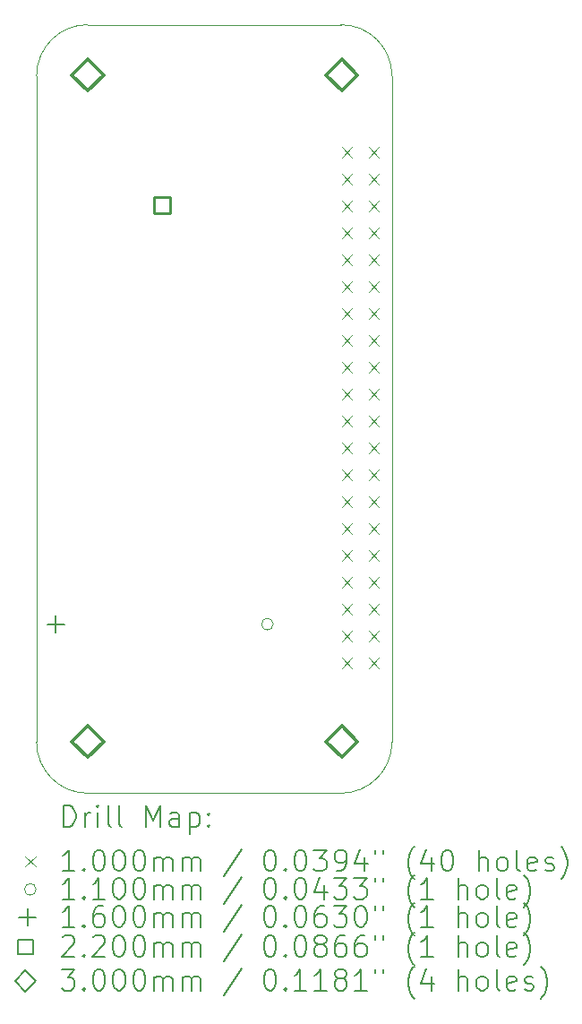
<source format=gbr>
%TF.GenerationSoftware,KiCad,Pcbnew,7.0.5-0*%
%TF.CreationDate,2023-07-31T21:54:10-04:00*%
%TF.ProjectId,carrier-hp,63617272-6965-4722-9d68-702e6b696361,rev?*%
%TF.SameCoordinates,Original*%
%TF.FileFunction,Drillmap*%
%TF.FilePolarity,Positive*%
%FSLAX45Y45*%
G04 Gerber Fmt 4.5, Leading zero omitted, Abs format (unit mm)*
G04 Created by KiCad (PCBNEW 7.0.5-0) date 2023-07-31 21:54:10*
%MOMM*%
%LPD*%
G01*
G04 APERTURE LIST*
%ADD10C,0.100000*%
%ADD11C,0.200000*%
%ADD12C,0.110000*%
%ADD13C,0.160000*%
%ADD14C,0.220000*%
%ADD15C,0.300000*%
G04 APERTURE END LIST*
D10*
X12742734Y-3999735D02*
X15137734Y-3999735D01*
X12742734Y-3999735D02*
G75*
G03*
X12260101Y-4482367I6J-482639D01*
G01*
X12260097Y-10780000D02*
G75*
G03*
X12742734Y-11262633I482633J0D01*
G01*
X12260101Y-10780000D02*
X12260101Y-4482367D01*
X15137734Y-11262636D02*
G75*
G03*
X15620366Y-10780000I-4J482636D01*
G01*
X12742734Y-11262633D02*
X15137734Y-11262633D01*
X15620365Y-4482367D02*
G75*
G03*
X15137734Y-3999735I-482635J-3D01*
G01*
X15620366Y-4482367D02*
X15620366Y-10780000D01*
D11*
D10*
X15145000Y-5155000D02*
X15245000Y-5255000D01*
X15245000Y-5155000D02*
X15145000Y-5255000D01*
X15145000Y-5409000D02*
X15245000Y-5509000D01*
X15245000Y-5409000D02*
X15145000Y-5509000D01*
X15145000Y-5663000D02*
X15245000Y-5763000D01*
X15245000Y-5663000D02*
X15145000Y-5763000D01*
X15145000Y-5917000D02*
X15245000Y-6017000D01*
X15245000Y-5917000D02*
X15145000Y-6017000D01*
X15145000Y-6171000D02*
X15245000Y-6271000D01*
X15245000Y-6171000D02*
X15145000Y-6271000D01*
X15145000Y-6425000D02*
X15245000Y-6525000D01*
X15245000Y-6425000D02*
X15145000Y-6525000D01*
X15145000Y-6679000D02*
X15245000Y-6779000D01*
X15245000Y-6679000D02*
X15145000Y-6779000D01*
X15145000Y-6933000D02*
X15245000Y-7033000D01*
X15245000Y-6933000D02*
X15145000Y-7033000D01*
X15145000Y-7187000D02*
X15245000Y-7287000D01*
X15245000Y-7187000D02*
X15145000Y-7287000D01*
X15145000Y-7441000D02*
X15245000Y-7541000D01*
X15245000Y-7441000D02*
X15145000Y-7541000D01*
X15145000Y-7695000D02*
X15245000Y-7795000D01*
X15245000Y-7695000D02*
X15145000Y-7795000D01*
X15145000Y-7949000D02*
X15245000Y-8049000D01*
X15245000Y-7949000D02*
X15145000Y-8049000D01*
X15145000Y-8203000D02*
X15245000Y-8303000D01*
X15245000Y-8203000D02*
X15145000Y-8303000D01*
X15145000Y-8457000D02*
X15245000Y-8557000D01*
X15245000Y-8457000D02*
X15145000Y-8557000D01*
X15145000Y-8711000D02*
X15245000Y-8811000D01*
X15245000Y-8711000D02*
X15145000Y-8811000D01*
X15145000Y-8965000D02*
X15245000Y-9065000D01*
X15245000Y-8965000D02*
X15145000Y-9065000D01*
X15145000Y-9219000D02*
X15245000Y-9319000D01*
X15245000Y-9219000D02*
X15145000Y-9319000D01*
X15145000Y-9473000D02*
X15245000Y-9573000D01*
X15245000Y-9473000D02*
X15145000Y-9573000D01*
X15145000Y-9727000D02*
X15245000Y-9827000D01*
X15245000Y-9727000D02*
X15145000Y-9827000D01*
X15145000Y-9981000D02*
X15245000Y-10081000D01*
X15245000Y-9981000D02*
X15145000Y-10081000D01*
X15399000Y-5155000D02*
X15499000Y-5255000D01*
X15499000Y-5155000D02*
X15399000Y-5255000D01*
X15399000Y-5409000D02*
X15499000Y-5509000D01*
X15499000Y-5409000D02*
X15399000Y-5509000D01*
X15399000Y-5663000D02*
X15499000Y-5763000D01*
X15499000Y-5663000D02*
X15399000Y-5763000D01*
X15399000Y-5917000D02*
X15499000Y-6017000D01*
X15499000Y-5917000D02*
X15399000Y-6017000D01*
X15399000Y-6171000D02*
X15499000Y-6271000D01*
X15499000Y-6171000D02*
X15399000Y-6271000D01*
X15399000Y-6425000D02*
X15499000Y-6525000D01*
X15499000Y-6425000D02*
X15399000Y-6525000D01*
X15399000Y-6679000D02*
X15499000Y-6779000D01*
X15499000Y-6679000D02*
X15399000Y-6779000D01*
X15399000Y-6933000D02*
X15499000Y-7033000D01*
X15499000Y-6933000D02*
X15399000Y-7033000D01*
X15399000Y-7187000D02*
X15499000Y-7287000D01*
X15499000Y-7187000D02*
X15399000Y-7287000D01*
X15399000Y-7441000D02*
X15499000Y-7541000D01*
X15499000Y-7441000D02*
X15399000Y-7541000D01*
X15399000Y-7695000D02*
X15499000Y-7795000D01*
X15499000Y-7695000D02*
X15399000Y-7795000D01*
X15399000Y-7949000D02*
X15499000Y-8049000D01*
X15499000Y-7949000D02*
X15399000Y-8049000D01*
X15399000Y-8203000D02*
X15499000Y-8303000D01*
X15499000Y-8203000D02*
X15399000Y-8303000D01*
X15399000Y-8457000D02*
X15499000Y-8557000D01*
X15499000Y-8457000D02*
X15399000Y-8557000D01*
X15399000Y-8711000D02*
X15499000Y-8811000D01*
X15499000Y-8711000D02*
X15399000Y-8811000D01*
X15399000Y-8965000D02*
X15499000Y-9065000D01*
X15499000Y-8965000D02*
X15399000Y-9065000D01*
X15399000Y-9219000D02*
X15499000Y-9319000D01*
X15499000Y-9219000D02*
X15399000Y-9319000D01*
X15399000Y-9473000D02*
X15499000Y-9573000D01*
X15499000Y-9473000D02*
X15399000Y-9573000D01*
X15399000Y-9727000D02*
X15499000Y-9827000D01*
X15499000Y-9727000D02*
X15399000Y-9827000D01*
X15399000Y-9981000D02*
X15499000Y-10081000D01*
X15499000Y-9981000D02*
X15399000Y-10081000D01*
D12*
X14497500Y-9665000D02*
G75*
G03*
X14497500Y-9665000I-55000J0D01*
G01*
D13*
X12442500Y-9585000D02*
X12442500Y-9745000D01*
X12362500Y-9665000D02*
X12522500Y-9665000D01*
D14*
X13522782Y-5785282D02*
X13522782Y-5629717D01*
X13367217Y-5629717D01*
X13367217Y-5785282D01*
X13522782Y-5785282D01*
D15*
X12745000Y-4625000D02*
X12895000Y-4475000D01*
X12745000Y-4325000D01*
X12595000Y-4475000D01*
X12745000Y-4625000D01*
X12745000Y-10925000D02*
X12895000Y-10775000D01*
X12745000Y-10625000D01*
X12595000Y-10775000D01*
X12745000Y-10925000D01*
X15145000Y-4625000D02*
X15295000Y-4475000D01*
X15145000Y-4325000D01*
X14995000Y-4475000D01*
X15145000Y-4625000D01*
X15145000Y-10925000D02*
X15295000Y-10775000D01*
X15145000Y-10625000D01*
X14995000Y-10775000D01*
X15145000Y-10925000D01*
D11*
X12515878Y-11579116D02*
X12515878Y-11379116D01*
X12515878Y-11379116D02*
X12563497Y-11379116D01*
X12563497Y-11379116D02*
X12592068Y-11388640D01*
X12592068Y-11388640D02*
X12611116Y-11407688D01*
X12611116Y-11407688D02*
X12620640Y-11426735D01*
X12620640Y-11426735D02*
X12630164Y-11464831D01*
X12630164Y-11464831D02*
X12630164Y-11493402D01*
X12630164Y-11493402D02*
X12620640Y-11531497D01*
X12620640Y-11531497D02*
X12611116Y-11550545D01*
X12611116Y-11550545D02*
X12592068Y-11569593D01*
X12592068Y-11569593D02*
X12563497Y-11579116D01*
X12563497Y-11579116D02*
X12515878Y-11579116D01*
X12715878Y-11579116D02*
X12715878Y-11445783D01*
X12715878Y-11483878D02*
X12725402Y-11464831D01*
X12725402Y-11464831D02*
X12734925Y-11455307D01*
X12734925Y-11455307D02*
X12753973Y-11445783D01*
X12753973Y-11445783D02*
X12773021Y-11445783D01*
X12839687Y-11579116D02*
X12839687Y-11445783D01*
X12839687Y-11379116D02*
X12830164Y-11388640D01*
X12830164Y-11388640D02*
X12839687Y-11398164D01*
X12839687Y-11398164D02*
X12849211Y-11388640D01*
X12849211Y-11388640D02*
X12839687Y-11379116D01*
X12839687Y-11379116D02*
X12839687Y-11398164D01*
X12963497Y-11579116D02*
X12944449Y-11569593D01*
X12944449Y-11569593D02*
X12934925Y-11550545D01*
X12934925Y-11550545D02*
X12934925Y-11379116D01*
X13068259Y-11579116D02*
X13049211Y-11569593D01*
X13049211Y-11569593D02*
X13039687Y-11550545D01*
X13039687Y-11550545D02*
X13039687Y-11379116D01*
X13296830Y-11579116D02*
X13296830Y-11379116D01*
X13296830Y-11379116D02*
X13363497Y-11521974D01*
X13363497Y-11521974D02*
X13430164Y-11379116D01*
X13430164Y-11379116D02*
X13430164Y-11579116D01*
X13611116Y-11579116D02*
X13611116Y-11474355D01*
X13611116Y-11474355D02*
X13601592Y-11455307D01*
X13601592Y-11455307D02*
X13582545Y-11445783D01*
X13582545Y-11445783D02*
X13544449Y-11445783D01*
X13544449Y-11445783D02*
X13525402Y-11455307D01*
X13611116Y-11569593D02*
X13592068Y-11579116D01*
X13592068Y-11579116D02*
X13544449Y-11579116D01*
X13544449Y-11579116D02*
X13525402Y-11569593D01*
X13525402Y-11569593D02*
X13515878Y-11550545D01*
X13515878Y-11550545D02*
X13515878Y-11531497D01*
X13515878Y-11531497D02*
X13525402Y-11512450D01*
X13525402Y-11512450D02*
X13544449Y-11502926D01*
X13544449Y-11502926D02*
X13592068Y-11502926D01*
X13592068Y-11502926D02*
X13611116Y-11493402D01*
X13706354Y-11445783D02*
X13706354Y-11645783D01*
X13706354Y-11455307D02*
X13725402Y-11445783D01*
X13725402Y-11445783D02*
X13763497Y-11445783D01*
X13763497Y-11445783D02*
X13782545Y-11455307D01*
X13782545Y-11455307D02*
X13792068Y-11464831D01*
X13792068Y-11464831D02*
X13801592Y-11483878D01*
X13801592Y-11483878D02*
X13801592Y-11541021D01*
X13801592Y-11541021D02*
X13792068Y-11560069D01*
X13792068Y-11560069D02*
X13782545Y-11569593D01*
X13782545Y-11569593D02*
X13763497Y-11579116D01*
X13763497Y-11579116D02*
X13725402Y-11579116D01*
X13725402Y-11579116D02*
X13706354Y-11569593D01*
X13887306Y-11560069D02*
X13896830Y-11569593D01*
X13896830Y-11569593D02*
X13887306Y-11579116D01*
X13887306Y-11579116D02*
X13877783Y-11569593D01*
X13877783Y-11569593D02*
X13887306Y-11560069D01*
X13887306Y-11560069D02*
X13887306Y-11579116D01*
X13887306Y-11455307D02*
X13896830Y-11464831D01*
X13896830Y-11464831D02*
X13887306Y-11474355D01*
X13887306Y-11474355D02*
X13877783Y-11464831D01*
X13877783Y-11464831D02*
X13887306Y-11455307D01*
X13887306Y-11455307D02*
X13887306Y-11474355D01*
D10*
X12155101Y-11857633D02*
X12255101Y-11957633D01*
X12255101Y-11857633D02*
X12155101Y-11957633D01*
D11*
X12620640Y-11999116D02*
X12506354Y-11999116D01*
X12563497Y-11999116D02*
X12563497Y-11799116D01*
X12563497Y-11799116D02*
X12544449Y-11827688D01*
X12544449Y-11827688D02*
X12525402Y-11846735D01*
X12525402Y-11846735D02*
X12506354Y-11856259D01*
X12706354Y-11980069D02*
X12715878Y-11989593D01*
X12715878Y-11989593D02*
X12706354Y-11999116D01*
X12706354Y-11999116D02*
X12696830Y-11989593D01*
X12696830Y-11989593D02*
X12706354Y-11980069D01*
X12706354Y-11980069D02*
X12706354Y-11999116D01*
X12839687Y-11799116D02*
X12858735Y-11799116D01*
X12858735Y-11799116D02*
X12877783Y-11808640D01*
X12877783Y-11808640D02*
X12887306Y-11818164D01*
X12887306Y-11818164D02*
X12896830Y-11837212D01*
X12896830Y-11837212D02*
X12906354Y-11875307D01*
X12906354Y-11875307D02*
X12906354Y-11922926D01*
X12906354Y-11922926D02*
X12896830Y-11961021D01*
X12896830Y-11961021D02*
X12887306Y-11980069D01*
X12887306Y-11980069D02*
X12877783Y-11989593D01*
X12877783Y-11989593D02*
X12858735Y-11999116D01*
X12858735Y-11999116D02*
X12839687Y-11999116D01*
X12839687Y-11999116D02*
X12820640Y-11989593D01*
X12820640Y-11989593D02*
X12811116Y-11980069D01*
X12811116Y-11980069D02*
X12801592Y-11961021D01*
X12801592Y-11961021D02*
X12792068Y-11922926D01*
X12792068Y-11922926D02*
X12792068Y-11875307D01*
X12792068Y-11875307D02*
X12801592Y-11837212D01*
X12801592Y-11837212D02*
X12811116Y-11818164D01*
X12811116Y-11818164D02*
X12820640Y-11808640D01*
X12820640Y-11808640D02*
X12839687Y-11799116D01*
X13030164Y-11799116D02*
X13049211Y-11799116D01*
X13049211Y-11799116D02*
X13068259Y-11808640D01*
X13068259Y-11808640D02*
X13077783Y-11818164D01*
X13077783Y-11818164D02*
X13087306Y-11837212D01*
X13087306Y-11837212D02*
X13096830Y-11875307D01*
X13096830Y-11875307D02*
X13096830Y-11922926D01*
X13096830Y-11922926D02*
X13087306Y-11961021D01*
X13087306Y-11961021D02*
X13077783Y-11980069D01*
X13077783Y-11980069D02*
X13068259Y-11989593D01*
X13068259Y-11989593D02*
X13049211Y-11999116D01*
X13049211Y-11999116D02*
X13030164Y-11999116D01*
X13030164Y-11999116D02*
X13011116Y-11989593D01*
X13011116Y-11989593D02*
X13001592Y-11980069D01*
X13001592Y-11980069D02*
X12992068Y-11961021D01*
X12992068Y-11961021D02*
X12982545Y-11922926D01*
X12982545Y-11922926D02*
X12982545Y-11875307D01*
X12982545Y-11875307D02*
X12992068Y-11837212D01*
X12992068Y-11837212D02*
X13001592Y-11818164D01*
X13001592Y-11818164D02*
X13011116Y-11808640D01*
X13011116Y-11808640D02*
X13030164Y-11799116D01*
X13220640Y-11799116D02*
X13239687Y-11799116D01*
X13239687Y-11799116D02*
X13258735Y-11808640D01*
X13258735Y-11808640D02*
X13268259Y-11818164D01*
X13268259Y-11818164D02*
X13277783Y-11837212D01*
X13277783Y-11837212D02*
X13287306Y-11875307D01*
X13287306Y-11875307D02*
X13287306Y-11922926D01*
X13287306Y-11922926D02*
X13277783Y-11961021D01*
X13277783Y-11961021D02*
X13268259Y-11980069D01*
X13268259Y-11980069D02*
X13258735Y-11989593D01*
X13258735Y-11989593D02*
X13239687Y-11999116D01*
X13239687Y-11999116D02*
X13220640Y-11999116D01*
X13220640Y-11999116D02*
X13201592Y-11989593D01*
X13201592Y-11989593D02*
X13192068Y-11980069D01*
X13192068Y-11980069D02*
X13182545Y-11961021D01*
X13182545Y-11961021D02*
X13173021Y-11922926D01*
X13173021Y-11922926D02*
X13173021Y-11875307D01*
X13173021Y-11875307D02*
X13182545Y-11837212D01*
X13182545Y-11837212D02*
X13192068Y-11818164D01*
X13192068Y-11818164D02*
X13201592Y-11808640D01*
X13201592Y-11808640D02*
X13220640Y-11799116D01*
X13373021Y-11999116D02*
X13373021Y-11865783D01*
X13373021Y-11884831D02*
X13382545Y-11875307D01*
X13382545Y-11875307D02*
X13401592Y-11865783D01*
X13401592Y-11865783D02*
X13430164Y-11865783D01*
X13430164Y-11865783D02*
X13449211Y-11875307D01*
X13449211Y-11875307D02*
X13458735Y-11894355D01*
X13458735Y-11894355D02*
X13458735Y-11999116D01*
X13458735Y-11894355D02*
X13468259Y-11875307D01*
X13468259Y-11875307D02*
X13487306Y-11865783D01*
X13487306Y-11865783D02*
X13515878Y-11865783D01*
X13515878Y-11865783D02*
X13534926Y-11875307D01*
X13534926Y-11875307D02*
X13544449Y-11894355D01*
X13544449Y-11894355D02*
X13544449Y-11999116D01*
X13639687Y-11999116D02*
X13639687Y-11865783D01*
X13639687Y-11884831D02*
X13649211Y-11875307D01*
X13649211Y-11875307D02*
X13668259Y-11865783D01*
X13668259Y-11865783D02*
X13696830Y-11865783D01*
X13696830Y-11865783D02*
X13715878Y-11875307D01*
X13715878Y-11875307D02*
X13725402Y-11894355D01*
X13725402Y-11894355D02*
X13725402Y-11999116D01*
X13725402Y-11894355D02*
X13734926Y-11875307D01*
X13734926Y-11875307D02*
X13753973Y-11865783D01*
X13753973Y-11865783D02*
X13782545Y-11865783D01*
X13782545Y-11865783D02*
X13801592Y-11875307D01*
X13801592Y-11875307D02*
X13811116Y-11894355D01*
X13811116Y-11894355D02*
X13811116Y-11999116D01*
X14201592Y-11789593D02*
X14030164Y-12046735D01*
X14458735Y-11799116D02*
X14477783Y-11799116D01*
X14477783Y-11799116D02*
X14496830Y-11808640D01*
X14496830Y-11808640D02*
X14506354Y-11818164D01*
X14506354Y-11818164D02*
X14515878Y-11837212D01*
X14515878Y-11837212D02*
X14525402Y-11875307D01*
X14525402Y-11875307D02*
X14525402Y-11922926D01*
X14525402Y-11922926D02*
X14515878Y-11961021D01*
X14515878Y-11961021D02*
X14506354Y-11980069D01*
X14506354Y-11980069D02*
X14496830Y-11989593D01*
X14496830Y-11989593D02*
X14477783Y-11999116D01*
X14477783Y-11999116D02*
X14458735Y-11999116D01*
X14458735Y-11999116D02*
X14439688Y-11989593D01*
X14439688Y-11989593D02*
X14430164Y-11980069D01*
X14430164Y-11980069D02*
X14420640Y-11961021D01*
X14420640Y-11961021D02*
X14411116Y-11922926D01*
X14411116Y-11922926D02*
X14411116Y-11875307D01*
X14411116Y-11875307D02*
X14420640Y-11837212D01*
X14420640Y-11837212D02*
X14430164Y-11818164D01*
X14430164Y-11818164D02*
X14439688Y-11808640D01*
X14439688Y-11808640D02*
X14458735Y-11799116D01*
X14611116Y-11980069D02*
X14620640Y-11989593D01*
X14620640Y-11989593D02*
X14611116Y-11999116D01*
X14611116Y-11999116D02*
X14601592Y-11989593D01*
X14601592Y-11989593D02*
X14611116Y-11980069D01*
X14611116Y-11980069D02*
X14611116Y-11999116D01*
X14744449Y-11799116D02*
X14763497Y-11799116D01*
X14763497Y-11799116D02*
X14782545Y-11808640D01*
X14782545Y-11808640D02*
X14792069Y-11818164D01*
X14792069Y-11818164D02*
X14801592Y-11837212D01*
X14801592Y-11837212D02*
X14811116Y-11875307D01*
X14811116Y-11875307D02*
X14811116Y-11922926D01*
X14811116Y-11922926D02*
X14801592Y-11961021D01*
X14801592Y-11961021D02*
X14792069Y-11980069D01*
X14792069Y-11980069D02*
X14782545Y-11989593D01*
X14782545Y-11989593D02*
X14763497Y-11999116D01*
X14763497Y-11999116D02*
X14744449Y-11999116D01*
X14744449Y-11999116D02*
X14725402Y-11989593D01*
X14725402Y-11989593D02*
X14715878Y-11980069D01*
X14715878Y-11980069D02*
X14706354Y-11961021D01*
X14706354Y-11961021D02*
X14696830Y-11922926D01*
X14696830Y-11922926D02*
X14696830Y-11875307D01*
X14696830Y-11875307D02*
X14706354Y-11837212D01*
X14706354Y-11837212D02*
X14715878Y-11818164D01*
X14715878Y-11818164D02*
X14725402Y-11808640D01*
X14725402Y-11808640D02*
X14744449Y-11799116D01*
X14877783Y-11799116D02*
X15001592Y-11799116D01*
X15001592Y-11799116D02*
X14934926Y-11875307D01*
X14934926Y-11875307D02*
X14963497Y-11875307D01*
X14963497Y-11875307D02*
X14982545Y-11884831D01*
X14982545Y-11884831D02*
X14992069Y-11894355D01*
X14992069Y-11894355D02*
X15001592Y-11913402D01*
X15001592Y-11913402D02*
X15001592Y-11961021D01*
X15001592Y-11961021D02*
X14992069Y-11980069D01*
X14992069Y-11980069D02*
X14982545Y-11989593D01*
X14982545Y-11989593D02*
X14963497Y-11999116D01*
X14963497Y-11999116D02*
X14906354Y-11999116D01*
X14906354Y-11999116D02*
X14887307Y-11989593D01*
X14887307Y-11989593D02*
X14877783Y-11980069D01*
X15096830Y-11999116D02*
X15134926Y-11999116D01*
X15134926Y-11999116D02*
X15153973Y-11989593D01*
X15153973Y-11989593D02*
X15163497Y-11980069D01*
X15163497Y-11980069D02*
X15182545Y-11951497D01*
X15182545Y-11951497D02*
X15192069Y-11913402D01*
X15192069Y-11913402D02*
X15192069Y-11837212D01*
X15192069Y-11837212D02*
X15182545Y-11818164D01*
X15182545Y-11818164D02*
X15173021Y-11808640D01*
X15173021Y-11808640D02*
X15153973Y-11799116D01*
X15153973Y-11799116D02*
X15115878Y-11799116D01*
X15115878Y-11799116D02*
X15096830Y-11808640D01*
X15096830Y-11808640D02*
X15087307Y-11818164D01*
X15087307Y-11818164D02*
X15077783Y-11837212D01*
X15077783Y-11837212D02*
X15077783Y-11884831D01*
X15077783Y-11884831D02*
X15087307Y-11903878D01*
X15087307Y-11903878D02*
X15096830Y-11913402D01*
X15096830Y-11913402D02*
X15115878Y-11922926D01*
X15115878Y-11922926D02*
X15153973Y-11922926D01*
X15153973Y-11922926D02*
X15173021Y-11913402D01*
X15173021Y-11913402D02*
X15182545Y-11903878D01*
X15182545Y-11903878D02*
X15192069Y-11884831D01*
X15363497Y-11865783D02*
X15363497Y-11999116D01*
X15315878Y-11789593D02*
X15268259Y-11932450D01*
X15268259Y-11932450D02*
X15392069Y-11932450D01*
X15458735Y-11799116D02*
X15458735Y-11837212D01*
X15534926Y-11799116D02*
X15534926Y-11837212D01*
X15830164Y-12075307D02*
X15820640Y-12065783D01*
X15820640Y-12065783D02*
X15801592Y-12037212D01*
X15801592Y-12037212D02*
X15792069Y-12018164D01*
X15792069Y-12018164D02*
X15782545Y-11989593D01*
X15782545Y-11989593D02*
X15773021Y-11941974D01*
X15773021Y-11941974D02*
X15773021Y-11903878D01*
X15773021Y-11903878D02*
X15782545Y-11856259D01*
X15782545Y-11856259D02*
X15792069Y-11827688D01*
X15792069Y-11827688D02*
X15801592Y-11808640D01*
X15801592Y-11808640D02*
X15820640Y-11780069D01*
X15820640Y-11780069D02*
X15830164Y-11770545D01*
X15992069Y-11865783D02*
X15992069Y-11999116D01*
X15944450Y-11789593D02*
X15896831Y-11932450D01*
X15896831Y-11932450D02*
X16020640Y-11932450D01*
X16134926Y-11799116D02*
X16153973Y-11799116D01*
X16153973Y-11799116D02*
X16173021Y-11808640D01*
X16173021Y-11808640D02*
X16182545Y-11818164D01*
X16182545Y-11818164D02*
X16192069Y-11837212D01*
X16192069Y-11837212D02*
X16201592Y-11875307D01*
X16201592Y-11875307D02*
X16201592Y-11922926D01*
X16201592Y-11922926D02*
X16192069Y-11961021D01*
X16192069Y-11961021D02*
X16182545Y-11980069D01*
X16182545Y-11980069D02*
X16173021Y-11989593D01*
X16173021Y-11989593D02*
X16153973Y-11999116D01*
X16153973Y-11999116D02*
X16134926Y-11999116D01*
X16134926Y-11999116D02*
X16115878Y-11989593D01*
X16115878Y-11989593D02*
X16106354Y-11980069D01*
X16106354Y-11980069D02*
X16096831Y-11961021D01*
X16096831Y-11961021D02*
X16087307Y-11922926D01*
X16087307Y-11922926D02*
X16087307Y-11875307D01*
X16087307Y-11875307D02*
X16096831Y-11837212D01*
X16096831Y-11837212D02*
X16106354Y-11818164D01*
X16106354Y-11818164D02*
X16115878Y-11808640D01*
X16115878Y-11808640D02*
X16134926Y-11799116D01*
X16439688Y-11999116D02*
X16439688Y-11799116D01*
X16525402Y-11999116D02*
X16525402Y-11894355D01*
X16525402Y-11894355D02*
X16515878Y-11875307D01*
X16515878Y-11875307D02*
X16496831Y-11865783D01*
X16496831Y-11865783D02*
X16468259Y-11865783D01*
X16468259Y-11865783D02*
X16449212Y-11875307D01*
X16449212Y-11875307D02*
X16439688Y-11884831D01*
X16649212Y-11999116D02*
X16630164Y-11989593D01*
X16630164Y-11989593D02*
X16620640Y-11980069D01*
X16620640Y-11980069D02*
X16611116Y-11961021D01*
X16611116Y-11961021D02*
X16611116Y-11903878D01*
X16611116Y-11903878D02*
X16620640Y-11884831D01*
X16620640Y-11884831D02*
X16630164Y-11875307D01*
X16630164Y-11875307D02*
X16649212Y-11865783D01*
X16649212Y-11865783D02*
X16677783Y-11865783D01*
X16677783Y-11865783D02*
X16696831Y-11875307D01*
X16696831Y-11875307D02*
X16706354Y-11884831D01*
X16706354Y-11884831D02*
X16715878Y-11903878D01*
X16715878Y-11903878D02*
X16715878Y-11961021D01*
X16715878Y-11961021D02*
X16706354Y-11980069D01*
X16706354Y-11980069D02*
X16696831Y-11989593D01*
X16696831Y-11989593D02*
X16677783Y-11999116D01*
X16677783Y-11999116D02*
X16649212Y-11999116D01*
X16830164Y-11999116D02*
X16811116Y-11989593D01*
X16811116Y-11989593D02*
X16801593Y-11970545D01*
X16801593Y-11970545D02*
X16801593Y-11799116D01*
X16982545Y-11989593D02*
X16963497Y-11999116D01*
X16963497Y-11999116D02*
X16925402Y-11999116D01*
X16925402Y-11999116D02*
X16906355Y-11989593D01*
X16906355Y-11989593D02*
X16896831Y-11970545D01*
X16896831Y-11970545D02*
X16896831Y-11894355D01*
X16896831Y-11894355D02*
X16906355Y-11875307D01*
X16906355Y-11875307D02*
X16925402Y-11865783D01*
X16925402Y-11865783D02*
X16963497Y-11865783D01*
X16963497Y-11865783D02*
X16982545Y-11875307D01*
X16982545Y-11875307D02*
X16992069Y-11894355D01*
X16992069Y-11894355D02*
X16992069Y-11913402D01*
X16992069Y-11913402D02*
X16896831Y-11932450D01*
X17068259Y-11989593D02*
X17087307Y-11999116D01*
X17087307Y-11999116D02*
X17125402Y-11999116D01*
X17125402Y-11999116D02*
X17144450Y-11989593D01*
X17144450Y-11989593D02*
X17153974Y-11970545D01*
X17153974Y-11970545D02*
X17153974Y-11961021D01*
X17153974Y-11961021D02*
X17144450Y-11941974D01*
X17144450Y-11941974D02*
X17125402Y-11932450D01*
X17125402Y-11932450D02*
X17096831Y-11932450D01*
X17096831Y-11932450D02*
X17077783Y-11922926D01*
X17077783Y-11922926D02*
X17068259Y-11903878D01*
X17068259Y-11903878D02*
X17068259Y-11894355D01*
X17068259Y-11894355D02*
X17077783Y-11875307D01*
X17077783Y-11875307D02*
X17096831Y-11865783D01*
X17096831Y-11865783D02*
X17125402Y-11865783D01*
X17125402Y-11865783D02*
X17144450Y-11875307D01*
X17220640Y-12075307D02*
X17230164Y-12065783D01*
X17230164Y-12065783D02*
X17249212Y-12037212D01*
X17249212Y-12037212D02*
X17258736Y-12018164D01*
X17258736Y-12018164D02*
X17268259Y-11989593D01*
X17268259Y-11989593D02*
X17277783Y-11941974D01*
X17277783Y-11941974D02*
X17277783Y-11903878D01*
X17277783Y-11903878D02*
X17268259Y-11856259D01*
X17268259Y-11856259D02*
X17258736Y-11827688D01*
X17258736Y-11827688D02*
X17249212Y-11808640D01*
X17249212Y-11808640D02*
X17230164Y-11780069D01*
X17230164Y-11780069D02*
X17220640Y-11770545D01*
D12*
X12255101Y-12171633D02*
G75*
G03*
X12255101Y-12171633I-55000J0D01*
G01*
D11*
X12620640Y-12263116D02*
X12506354Y-12263116D01*
X12563497Y-12263116D02*
X12563497Y-12063116D01*
X12563497Y-12063116D02*
X12544449Y-12091688D01*
X12544449Y-12091688D02*
X12525402Y-12110735D01*
X12525402Y-12110735D02*
X12506354Y-12120259D01*
X12706354Y-12244069D02*
X12715878Y-12253593D01*
X12715878Y-12253593D02*
X12706354Y-12263116D01*
X12706354Y-12263116D02*
X12696830Y-12253593D01*
X12696830Y-12253593D02*
X12706354Y-12244069D01*
X12706354Y-12244069D02*
X12706354Y-12263116D01*
X12906354Y-12263116D02*
X12792068Y-12263116D01*
X12849211Y-12263116D02*
X12849211Y-12063116D01*
X12849211Y-12063116D02*
X12830164Y-12091688D01*
X12830164Y-12091688D02*
X12811116Y-12110735D01*
X12811116Y-12110735D02*
X12792068Y-12120259D01*
X13030164Y-12063116D02*
X13049211Y-12063116D01*
X13049211Y-12063116D02*
X13068259Y-12072640D01*
X13068259Y-12072640D02*
X13077783Y-12082164D01*
X13077783Y-12082164D02*
X13087306Y-12101212D01*
X13087306Y-12101212D02*
X13096830Y-12139307D01*
X13096830Y-12139307D02*
X13096830Y-12186926D01*
X13096830Y-12186926D02*
X13087306Y-12225021D01*
X13087306Y-12225021D02*
X13077783Y-12244069D01*
X13077783Y-12244069D02*
X13068259Y-12253593D01*
X13068259Y-12253593D02*
X13049211Y-12263116D01*
X13049211Y-12263116D02*
X13030164Y-12263116D01*
X13030164Y-12263116D02*
X13011116Y-12253593D01*
X13011116Y-12253593D02*
X13001592Y-12244069D01*
X13001592Y-12244069D02*
X12992068Y-12225021D01*
X12992068Y-12225021D02*
X12982545Y-12186926D01*
X12982545Y-12186926D02*
X12982545Y-12139307D01*
X12982545Y-12139307D02*
X12992068Y-12101212D01*
X12992068Y-12101212D02*
X13001592Y-12082164D01*
X13001592Y-12082164D02*
X13011116Y-12072640D01*
X13011116Y-12072640D02*
X13030164Y-12063116D01*
X13220640Y-12063116D02*
X13239687Y-12063116D01*
X13239687Y-12063116D02*
X13258735Y-12072640D01*
X13258735Y-12072640D02*
X13268259Y-12082164D01*
X13268259Y-12082164D02*
X13277783Y-12101212D01*
X13277783Y-12101212D02*
X13287306Y-12139307D01*
X13287306Y-12139307D02*
X13287306Y-12186926D01*
X13287306Y-12186926D02*
X13277783Y-12225021D01*
X13277783Y-12225021D02*
X13268259Y-12244069D01*
X13268259Y-12244069D02*
X13258735Y-12253593D01*
X13258735Y-12253593D02*
X13239687Y-12263116D01*
X13239687Y-12263116D02*
X13220640Y-12263116D01*
X13220640Y-12263116D02*
X13201592Y-12253593D01*
X13201592Y-12253593D02*
X13192068Y-12244069D01*
X13192068Y-12244069D02*
X13182545Y-12225021D01*
X13182545Y-12225021D02*
X13173021Y-12186926D01*
X13173021Y-12186926D02*
X13173021Y-12139307D01*
X13173021Y-12139307D02*
X13182545Y-12101212D01*
X13182545Y-12101212D02*
X13192068Y-12082164D01*
X13192068Y-12082164D02*
X13201592Y-12072640D01*
X13201592Y-12072640D02*
X13220640Y-12063116D01*
X13373021Y-12263116D02*
X13373021Y-12129783D01*
X13373021Y-12148831D02*
X13382545Y-12139307D01*
X13382545Y-12139307D02*
X13401592Y-12129783D01*
X13401592Y-12129783D02*
X13430164Y-12129783D01*
X13430164Y-12129783D02*
X13449211Y-12139307D01*
X13449211Y-12139307D02*
X13458735Y-12158355D01*
X13458735Y-12158355D02*
X13458735Y-12263116D01*
X13458735Y-12158355D02*
X13468259Y-12139307D01*
X13468259Y-12139307D02*
X13487306Y-12129783D01*
X13487306Y-12129783D02*
X13515878Y-12129783D01*
X13515878Y-12129783D02*
X13534926Y-12139307D01*
X13534926Y-12139307D02*
X13544449Y-12158355D01*
X13544449Y-12158355D02*
X13544449Y-12263116D01*
X13639687Y-12263116D02*
X13639687Y-12129783D01*
X13639687Y-12148831D02*
X13649211Y-12139307D01*
X13649211Y-12139307D02*
X13668259Y-12129783D01*
X13668259Y-12129783D02*
X13696830Y-12129783D01*
X13696830Y-12129783D02*
X13715878Y-12139307D01*
X13715878Y-12139307D02*
X13725402Y-12158355D01*
X13725402Y-12158355D02*
X13725402Y-12263116D01*
X13725402Y-12158355D02*
X13734926Y-12139307D01*
X13734926Y-12139307D02*
X13753973Y-12129783D01*
X13753973Y-12129783D02*
X13782545Y-12129783D01*
X13782545Y-12129783D02*
X13801592Y-12139307D01*
X13801592Y-12139307D02*
X13811116Y-12158355D01*
X13811116Y-12158355D02*
X13811116Y-12263116D01*
X14201592Y-12053593D02*
X14030164Y-12310735D01*
X14458735Y-12063116D02*
X14477783Y-12063116D01*
X14477783Y-12063116D02*
X14496830Y-12072640D01*
X14496830Y-12072640D02*
X14506354Y-12082164D01*
X14506354Y-12082164D02*
X14515878Y-12101212D01*
X14515878Y-12101212D02*
X14525402Y-12139307D01*
X14525402Y-12139307D02*
X14525402Y-12186926D01*
X14525402Y-12186926D02*
X14515878Y-12225021D01*
X14515878Y-12225021D02*
X14506354Y-12244069D01*
X14506354Y-12244069D02*
X14496830Y-12253593D01*
X14496830Y-12253593D02*
X14477783Y-12263116D01*
X14477783Y-12263116D02*
X14458735Y-12263116D01*
X14458735Y-12263116D02*
X14439688Y-12253593D01*
X14439688Y-12253593D02*
X14430164Y-12244069D01*
X14430164Y-12244069D02*
X14420640Y-12225021D01*
X14420640Y-12225021D02*
X14411116Y-12186926D01*
X14411116Y-12186926D02*
X14411116Y-12139307D01*
X14411116Y-12139307D02*
X14420640Y-12101212D01*
X14420640Y-12101212D02*
X14430164Y-12082164D01*
X14430164Y-12082164D02*
X14439688Y-12072640D01*
X14439688Y-12072640D02*
X14458735Y-12063116D01*
X14611116Y-12244069D02*
X14620640Y-12253593D01*
X14620640Y-12253593D02*
X14611116Y-12263116D01*
X14611116Y-12263116D02*
X14601592Y-12253593D01*
X14601592Y-12253593D02*
X14611116Y-12244069D01*
X14611116Y-12244069D02*
X14611116Y-12263116D01*
X14744449Y-12063116D02*
X14763497Y-12063116D01*
X14763497Y-12063116D02*
X14782545Y-12072640D01*
X14782545Y-12072640D02*
X14792069Y-12082164D01*
X14792069Y-12082164D02*
X14801592Y-12101212D01*
X14801592Y-12101212D02*
X14811116Y-12139307D01*
X14811116Y-12139307D02*
X14811116Y-12186926D01*
X14811116Y-12186926D02*
X14801592Y-12225021D01*
X14801592Y-12225021D02*
X14792069Y-12244069D01*
X14792069Y-12244069D02*
X14782545Y-12253593D01*
X14782545Y-12253593D02*
X14763497Y-12263116D01*
X14763497Y-12263116D02*
X14744449Y-12263116D01*
X14744449Y-12263116D02*
X14725402Y-12253593D01*
X14725402Y-12253593D02*
X14715878Y-12244069D01*
X14715878Y-12244069D02*
X14706354Y-12225021D01*
X14706354Y-12225021D02*
X14696830Y-12186926D01*
X14696830Y-12186926D02*
X14696830Y-12139307D01*
X14696830Y-12139307D02*
X14706354Y-12101212D01*
X14706354Y-12101212D02*
X14715878Y-12082164D01*
X14715878Y-12082164D02*
X14725402Y-12072640D01*
X14725402Y-12072640D02*
X14744449Y-12063116D01*
X14982545Y-12129783D02*
X14982545Y-12263116D01*
X14934926Y-12053593D02*
X14887307Y-12196450D01*
X14887307Y-12196450D02*
X15011116Y-12196450D01*
X15068259Y-12063116D02*
X15192069Y-12063116D01*
X15192069Y-12063116D02*
X15125402Y-12139307D01*
X15125402Y-12139307D02*
X15153973Y-12139307D01*
X15153973Y-12139307D02*
X15173021Y-12148831D01*
X15173021Y-12148831D02*
X15182545Y-12158355D01*
X15182545Y-12158355D02*
X15192069Y-12177402D01*
X15192069Y-12177402D02*
X15192069Y-12225021D01*
X15192069Y-12225021D02*
X15182545Y-12244069D01*
X15182545Y-12244069D02*
X15173021Y-12253593D01*
X15173021Y-12253593D02*
X15153973Y-12263116D01*
X15153973Y-12263116D02*
X15096830Y-12263116D01*
X15096830Y-12263116D02*
X15077783Y-12253593D01*
X15077783Y-12253593D02*
X15068259Y-12244069D01*
X15258735Y-12063116D02*
X15382545Y-12063116D01*
X15382545Y-12063116D02*
X15315878Y-12139307D01*
X15315878Y-12139307D02*
X15344450Y-12139307D01*
X15344450Y-12139307D02*
X15363497Y-12148831D01*
X15363497Y-12148831D02*
X15373021Y-12158355D01*
X15373021Y-12158355D02*
X15382545Y-12177402D01*
X15382545Y-12177402D02*
X15382545Y-12225021D01*
X15382545Y-12225021D02*
X15373021Y-12244069D01*
X15373021Y-12244069D02*
X15363497Y-12253593D01*
X15363497Y-12253593D02*
X15344450Y-12263116D01*
X15344450Y-12263116D02*
X15287307Y-12263116D01*
X15287307Y-12263116D02*
X15268259Y-12253593D01*
X15268259Y-12253593D02*
X15258735Y-12244069D01*
X15458735Y-12063116D02*
X15458735Y-12101212D01*
X15534926Y-12063116D02*
X15534926Y-12101212D01*
X15830164Y-12339307D02*
X15820640Y-12329783D01*
X15820640Y-12329783D02*
X15801592Y-12301212D01*
X15801592Y-12301212D02*
X15792069Y-12282164D01*
X15792069Y-12282164D02*
X15782545Y-12253593D01*
X15782545Y-12253593D02*
X15773021Y-12205974D01*
X15773021Y-12205974D02*
X15773021Y-12167878D01*
X15773021Y-12167878D02*
X15782545Y-12120259D01*
X15782545Y-12120259D02*
X15792069Y-12091688D01*
X15792069Y-12091688D02*
X15801592Y-12072640D01*
X15801592Y-12072640D02*
X15820640Y-12044069D01*
X15820640Y-12044069D02*
X15830164Y-12034545D01*
X16011116Y-12263116D02*
X15896831Y-12263116D01*
X15953973Y-12263116D02*
X15953973Y-12063116D01*
X15953973Y-12063116D02*
X15934926Y-12091688D01*
X15934926Y-12091688D02*
X15915878Y-12110735D01*
X15915878Y-12110735D02*
X15896831Y-12120259D01*
X16249212Y-12263116D02*
X16249212Y-12063116D01*
X16334926Y-12263116D02*
X16334926Y-12158355D01*
X16334926Y-12158355D02*
X16325402Y-12139307D01*
X16325402Y-12139307D02*
X16306354Y-12129783D01*
X16306354Y-12129783D02*
X16277783Y-12129783D01*
X16277783Y-12129783D02*
X16258735Y-12139307D01*
X16258735Y-12139307D02*
X16249212Y-12148831D01*
X16458735Y-12263116D02*
X16439688Y-12253593D01*
X16439688Y-12253593D02*
X16430164Y-12244069D01*
X16430164Y-12244069D02*
X16420640Y-12225021D01*
X16420640Y-12225021D02*
X16420640Y-12167878D01*
X16420640Y-12167878D02*
X16430164Y-12148831D01*
X16430164Y-12148831D02*
X16439688Y-12139307D01*
X16439688Y-12139307D02*
X16458735Y-12129783D01*
X16458735Y-12129783D02*
X16487307Y-12129783D01*
X16487307Y-12129783D02*
X16506354Y-12139307D01*
X16506354Y-12139307D02*
X16515878Y-12148831D01*
X16515878Y-12148831D02*
X16525402Y-12167878D01*
X16525402Y-12167878D02*
X16525402Y-12225021D01*
X16525402Y-12225021D02*
X16515878Y-12244069D01*
X16515878Y-12244069D02*
X16506354Y-12253593D01*
X16506354Y-12253593D02*
X16487307Y-12263116D01*
X16487307Y-12263116D02*
X16458735Y-12263116D01*
X16639688Y-12263116D02*
X16620640Y-12253593D01*
X16620640Y-12253593D02*
X16611116Y-12234545D01*
X16611116Y-12234545D02*
X16611116Y-12063116D01*
X16792069Y-12253593D02*
X16773021Y-12263116D01*
X16773021Y-12263116D02*
X16734926Y-12263116D01*
X16734926Y-12263116D02*
X16715878Y-12253593D01*
X16715878Y-12253593D02*
X16706354Y-12234545D01*
X16706354Y-12234545D02*
X16706354Y-12158355D01*
X16706354Y-12158355D02*
X16715878Y-12139307D01*
X16715878Y-12139307D02*
X16734926Y-12129783D01*
X16734926Y-12129783D02*
X16773021Y-12129783D01*
X16773021Y-12129783D02*
X16792069Y-12139307D01*
X16792069Y-12139307D02*
X16801593Y-12158355D01*
X16801593Y-12158355D02*
X16801593Y-12177402D01*
X16801593Y-12177402D02*
X16706354Y-12196450D01*
X16868259Y-12339307D02*
X16877783Y-12329783D01*
X16877783Y-12329783D02*
X16896831Y-12301212D01*
X16896831Y-12301212D02*
X16906355Y-12282164D01*
X16906355Y-12282164D02*
X16915878Y-12253593D01*
X16915878Y-12253593D02*
X16925402Y-12205974D01*
X16925402Y-12205974D02*
X16925402Y-12167878D01*
X16925402Y-12167878D02*
X16915878Y-12120259D01*
X16915878Y-12120259D02*
X16906355Y-12091688D01*
X16906355Y-12091688D02*
X16896831Y-12072640D01*
X16896831Y-12072640D02*
X16877783Y-12044069D01*
X16877783Y-12044069D02*
X16868259Y-12034545D01*
D13*
X12175101Y-12355633D02*
X12175101Y-12515633D01*
X12095101Y-12435633D02*
X12255101Y-12435633D01*
D11*
X12620640Y-12527116D02*
X12506354Y-12527116D01*
X12563497Y-12527116D02*
X12563497Y-12327116D01*
X12563497Y-12327116D02*
X12544449Y-12355688D01*
X12544449Y-12355688D02*
X12525402Y-12374735D01*
X12525402Y-12374735D02*
X12506354Y-12384259D01*
X12706354Y-12508069D02*
X12715878Y-12517593D01*
X12715878Y-12517593D02*
X12706354Y-12527116D01*
X12706354Y-12527116D02*
X12696830Y-12517593D01*
X12696830Y-12517593D02*
X12706354Y-12508069D01*
X12706354Y-12508069D02*
X12706354Y-12527116D01*
X12887306Y-12327116D02*
X12849211Y-12327116D01*
X12849211Y-12327116D02*
X12830164Y-12336640D01*
X12830164Y-12336640D02*
X12820640Y-12346164D01*
X12820640Y-12346164D02*
X12801592Y-12374735D01*
X12801592Y-12374735D02*
X12792068Y-12412831D01*
X12792068Y-12412831D02*
X12792068Y-12489021D01*
X12792068Y-12489021D02*
X12801592Y-12508069D01*
X12801592Y-12508069D02*
X12811116Y-12517593D01*
X12811116Y-12517593D02*
X12830164Y-12527116D01*
X12830164Y-12527116D02*
X12868259Y-12527116D01*
X12868259Y-12527116D02*
X12887306Y-12517593D01*
X12887306Y-12517593D02*
X12896830Y-12508069D01*
X12896830Y-12508069D02*
X12906354Y-12489021D01*
X12906354Y-12489021D02*
X12906354Y-12441402D01*
X12906354Y-12441402D02*
X12896830Y-12422355D01*
X12896830Y-12422355D02*
X12887306Y-12412831D01*
X12887306Y-12412831D02*
X12868259Y-12403307D01*
X12868259Y-12403307D02*
X12830164Y-12403307D01*
X12830164Y-12403307D02*
X12811116Y-12412831D01*
X12811116Y-12412831D02*
X12801592Y-12422355D01*
X12801592Y-12422355D02*
X12792068Y-12441402D01*
X13030164Y-12327116D02*
X13049211Y-12327116D01*
X13049211Y-12327116D02*
X13068259Y-12336640D01*
X13068259Y-12336640D02*
X13077783Y-12346164D01*
X13077783Y-12346164D02*
X13087306Y-12365212D01*
X13087306Y-12365212D02*
X13096830Y-12403307D01*
X13096830Y-12403307D02*
X13096830Y-12450926D01*
X13096830Y-12450926D02*
X13087306Y-12489021D01*
X13087306Y-12489021D02*
X13077783Y-12508069D01*
X13077783Y-12508069D02*
X13068259Y-12517593D01*
X13068259Y-12517593D02*
X13049211Y-12527116D01*
X13049211Y-12527116D02*
X13030164Y-12527116D01*
X13030164Y-12527116D02*
X13011116Y-12517593D01*
X13011116Y-12517593D02*
X13001592Y-12508069D01*
X13001592Y-12508069D02*
X12992068Y-12489021D01*
X12992068Y-12489021D02*
X12982545Y-12450926D01*
X12982545Y-12450926D02*
X12982545Y-12403307D01*
X12982545Y-12403307D02*
X12992068Y-12365212D01*
X12992068Y-12365212D02*
X13001592Y-12346164D01*
X13001592Y-12346164D02*
X13011116Y-12336640D01*
X13011116Y-12336640D02*
X13030164Y-12327116D01*
X13220640Y-12327116D02*
X13239687Y-12327116D01*
X13239687Y-12327116D02*
X13258735Y-12336640D01*
X13258735Y-12336640D02*
X13268259Y-12346164D01*
X13268259Y-12346164D02*
X13277783Y-12365212D01*
X13277783Y-12365212D02*
X13287306Y-12403307D01*
X13287306Y-12403307D02*
X13287306Y-12450926D01*
X13287306Y-12450926D02*
X13277783Y-12489021D01*
X13277783Y-12489021D02*
X13268259Y-12508069D01*
X13268259Y-12508069D02*
X13258735Y-12517593D01*
X13258735Y-12517593D02*
X13239687Y-12527116D01*
X13239687Y-12527116D02*
X13220640Y-12527116D01*
X13220640Y-12527116D02*
X13201592Y-12517593D01*
X13201592Y-12517593D02*
X13192068Y-12508069D01*
X13192068Y-12508069D02*
X13182545Y-12489021D01*
X13182545Y-12489021D02*
X13173021Y-12450926D01*
X13173021Y-12450926D02*
X13173021Y-12403307D01*
X13173021Y-12403307D02*
X13182545Y-12365212D01*
X13182545Y-12365212D02*
X13192068Y-12346164D01*
X13192068Y-12346164D02*
X13201592Y-12336640D01*
X13201592Y-12336640D02*
X13220640Y-12327116D01*
X13373021Y-12527116D02*
X13373021Y-12393783D01*
X13373021Y-12412831D02*
X13382545Y-12403307D01*
X13382545Y-12403307D02*
X13401592Y-12393783D01*
X13401592Y-12393783D02*
X13430164Y-12393783D01*
X13430164Y-12393783D02*
X13449211Y-12403307D01*
X13449211Y-12403307D02*
X13458735Y-12422355D01*
X13458735Y-12422355D02*
X13458735Y-12527116D01*
X13458735Y-12422355D02*
X13468259Y-12403307D01*
X13468259Y-12403307D02*
X13487306Y-12393783D01*
X13487306Y-12393783D02*
X13515878Y-12393783D01*
X13515878Y-12393783D02*
X13534926Y-12403307D01*
X13534926Y-12403307D02*
X13544449Y-12422355D01*
X13544449Y-12422355D02*
X13544449Y-12527116D01*
X13639687Y-12527116D02*
X13639687Y-12393783D01*
X13639687Y-12412831D02*
X13649211Y-12403307D01*
X13649211Y-12403307D02*
X13668259Y-12393783D01*
X13668259Y-12393783D02*
X13696830Y-12393783D01*
X13696830Y-12393783D02*
X13715878Y-12403307D01*
X13715878Y-12403307D02*
X13725402Y-12422355D01*
X13725402Y-12422355D02*
X13725402Y-12527116D01*
X13725402Y-12422355D02*
X13734926Y-12403307D01*
X13734926Y-12403307D02*
X13753973Y-12393783D01*
X13753973Y-12393783D02*
X13782545Y-12393783D01*
X13782545Y-12393783D02*
X13801592Y-12403307D01*
X13801592Y-12403307D02*
X13811116Y-12422355D01*
X13811116Y-12422355D02*
X13811116Y-12527116D01*
X14201592Y-12317593D02*
X14030164Y-12574735D01*
X14458735Y-12327116D02*
X14477783Y-12327116D01*
X14477783Y-12327116D02*
X14496830Y-12336640D01*
X14496830Y-12336640D02*
X14506354Y-12346164D01*
X14506354Y-12346164D02*
X14515878Y-12365212D01*
X14515878Y-12365212D02*
X14525402Y-12403307D01*
X14525402Y-12403307D02*
X14525402Y-12450926D01*
X14525402Y-12450926D02*
X14515878Y-12489021D01*
X14515878Y-12489021D02*
X14506354Y-12508069D01*
X14506354Y-12508069D02*
X14496830Y-12517593D01*
X14496830Y-12517593D02*
X14477783Y-12527116D01*
X14477783Y-12527116D02*
X14458735Y-12527116D01*
X14458735Y-12527116D02*
X14439688Y-12517593D01*
X14439688Y-12517593D02*
X14430164Y-12508069D01*
X14430164Y-12508069D02*
X14420640Y-12489021D01*
X14420640Y-12489021D02*
X14411116Y-12450926D01*
X14411116Y-12450926D02*
X14411116Y-12403307D01*
X14411116Y-12403307D02*
X14420640Y-12365212D01*
X14420640Y-12365212D02*
X14430164Y-12346164D01*
X14430164Y-12346164D02*
X14439688Y-12336640D01*
X14439688Y-12336640D02*
X14458735Y-12327116D01*
X14611116Y-12508069D02*
X14620640Y-12517593D01*
X14620640Y-12517593D02*
X14611116Y-12527116D01*
X14611116Y-12527116D02*
X14601592Y-12517593D01*
X14601592Y-12517593D02*
X14611116Y-12508069D01*
X14611116Y-12508069D02*
X14611116Y-12527116D01*
X14744449Y-12327116D02*
X14763497Y-12327116D01*
X14763497Y-12327116D02*
X14782545Y-12336640D01*
X14782545Y-12336640D02*
X14792069Y-12346164D01*
X14792069Y-12346164D02*
X14801592Y-12365212D01*
X14801592Y-12365212D02*
X14811116Y-12403307D01*
X14811116Y-12403307D02*
X14811116Y-12450926D01*
X14811116Y-12450926D02*
X14801592Y-12489021D01*
X14801592Y-12489021D02*
X14792069Y-12508069D01*
X14792069Y-12508069D02*
X14782545Y-12517593D01*
X14782545Y-12517593D02*
X14763497Y-12527116D01*
X14763497Y-12527116D02*
X14744449Y-12527116D01*
X14744449Y-12527116D02*
X14725402Y-12517593D01*
X14725402Y-12517593D02*
X14715878Y-12508069D01*
X14715878Y-12508069D02*
X14706354Y-12489021D01*
X14706354Y-12489021D02*
X14696830Y-12450926D01*
X14696830Y-12450926D02*
X14696830Y-12403307D01*
X14696830Y-12403307D02*
X14706354Y-12365212D01*
X14706354Y-12365212D02*
X14715878Y-12346164D01*
X14715878Y-12346164D02*
X14725402Y-12336640D01*
X14725402Y-12336640D02*
X14744449Y-12327116D01*
X14982545Y-12327116D02*
X14944449Y-12327116D01*
X14944449Y-12327116D02*
X14925402Y-12336640D01*
X14925402Y-12336640D02*
X14915878Y-12346164D01*
X14915878Y-12346164D02*
X14896830Y-12374735D01*
X14896830Y-12374735D02*
X14887307Y-12412831D01*
X14887307Y-12412831D02*
X14887307Y-12489021D01*
X14887307Y-12489021D02*
X14896830Y-12508069D01*
X14896830Y-12508069D02*
X14906354Y-12517593D01*
X14906354Y-12517593D02*
X14925402Y-12527116D01*
X14925402Y-12527116D02*
X14963497Y-12527116D01*
X14963497Y-12527116D02*
X14982545Y-12517593D01*
X14982545Y-12517593D02*
X14992069Y-12508069D01*
X14992069Y-12508069D02*
X15001592Y-12489021D01*
X15001592Y-12489021D02*
X15001592Y-12441402D01*
X15001592Y-12441402D02*
X14992069Y-12422355D01*
X14992069Y-12422355D02*
X14982545Y-12412831D01*
X14982545Y-12412831D02*
X14963497Y-12403307D01*
X14963497Y-12403307D02*
X14925402Y-12403307D01*
X14925402Y-12403307D02*
X14906354Y-12412831D01*
X14906354Y-12412831D02*
X14896830Y-12422355D01*
X14896830Y-12422355D02*
X14887307Y-12441402D01*
X15068259Y-12327116D02*
X15192069Y-12327116D01*
X15192069Y-12327116D02*
X15125402Y-12403307D01*
X15125402Y-12403307D02*
X15153973Y-12403307D01*
X15153973Y-12403307D02*
X15173021Y-12412831D01*
X15173021Y-12412831D02*
X15182545Y-12422355D01*
X15182545Y-12422355D02*
X15192069Y-12441402D01*
X15192069Y-12441402D02*
X15192069Y-12489021D01*
X15192069Y-12489021D02*
X15182545Y-12508069D01*
X15182545Y-12508069D02*
X15173021Y-12517593D01*
X15173021Y-12517593D02*
X15153973Y-12527116D01*
X15153973Y-12527116D02*
X15096830Y-12527116D01*
X15096830Y-12527116D02*
X15077783Y-12517593D01*
X15077783Y-12517593D02*
X15068259Y-12508069D01*
X15315878Y-12327116D02*
X15334926Y-12327116D01*
X15334926Y-12327116D02*
X15353973Y-12336640D01*
X15353973Y-12336640D02*
X15363497Y-12346164D01*
X15363497Y-12346164D02*
X15373021Y-12365212D01*
X15373021Y-12365212D02*
X15382545Y-12403307D01*
X15382545Y-12403307D02*
X15382545Y-12450926D01*
X15382545Y-12450926D02*
X15373021Y-12489021D01*
X15373021Y-12489021D02*
X15363497Y-12508069D01*
X15363497Y-12508069D02*
X15353973Y-12517593D01*
X15353973Y-12517593D02*
X15334926Y-12527116D01*
X15334926Y-12527116D02*
X15315878Y-12527116D01*
X15315878Y-12527116D02*
X15296830Y-12517593D01*
X15296830Y-12517593D02*
X15287307Y-12508069D01*
X15287307Y-12508069D02*
X15277783Y-12489021D01*
X15277783Y-12489021D02*
X15268259Y-12450926D01*
X15268259Y-12450926D02*
X15268259Y-12403307D01*
X15268259Y-12403307D02*
X15277783Y-12365212D01*
X15277783Y-12365212D02*
X15287307Y-12346164D01*
X15287307Y-12346164D02*
X15296830Y-12336640D01*
X15296830Y-12336640D02*
X15315878Y-12327116D01*
X15458735Y-12327116D02*
X15458735Y-12365212D01*
X15534926Y-12327116D02*
X15534926Y-12365212D01*
X15830164Y-12603307D02*
X15820640Y-12593783D01*
X15820640Y-12593783D02*
X15801592Y-12565212D01*
X15801592Y-12565212D02*
X15792069Y-12546164D01*
X15792069Y-12546164D02*
X15782545Y-12517593D01*
X15782545Y-12517593D02*
X15773021Y-12469974D01*
X15773021Y-12469974D02*
X15773021Y-12431878D01*
X15773021Y-12431878D02*
X15782545Y-12384259D01*
X15782545Y-12384259D02*
X15792069Y-12355688D01*
X15792069Y-12355688D02*
X15801592Y-12336640D01*
X15801592Y-12336640D02*
X15820640Y-12308069D01*
X15820640Y-12308069D02*
X15830164Y-12298545D01*
X16011116Y-12527116D02*
X15896831Y-12527116D01*
X15953973Y-12527116D02*
X15953973Y-12327116D01*
X15953973Y-12327116D02*
X15934926Y-12355688D01*
X15934926Y-12355688D02*
X15915878Y-12374735D01*
X15915878Y-12374735D02*
X15896831Y-12384259D01*
X16249212Y-12527116D02*
X16249212Y-12327116D01*
X16334926Y-12527116D02*
X16334926Y-12422355D01*
X16334926Y-12422355D02*
X16325402Y-12403307D01*
X16325402Y-12403307D02*
X16306354Y-12393783D01*
X16306354Y-12393783D02*
X16277783Y-12393783D01*
X16277783Y-12393783D02*
X16258735Y-12403307D01*
X16258735Y-12403307D02*
X16249212Y-12412831D01*
X16458735Y-12527116D02*
X16439688Y-12517593D01*
X16439688Y-12517593D02*
X16430164Y-12508069D01*
X16430164Y-12508069D02*
X16420640Y-12489021D01*
X16420640Y-12489021D02*
X16420640Y-12431878D01*
X16420640Y-12431878D02*
X16430164Y-12412831D01*
X16430164Y-12412831D02*
X16439688Y-12403307D01*
X16439688Y-12403307D02*
X16458735Y-12393783D01*
X16458735Y-12393783D02*
X16487307Y-12393783D01*
X16487307Y-12393783D02*
X16506354Y-12403307D01*
X16506354Y-12403307D02*
X16515878Y-12412831D01*
X16515878Y-12412831D02*
X16525402Y-12431878D01*
X16525402Y-12431878D02*
X16525402Y-12489021D01*
X16525402Y-12489021D02*
X16515878Y-12508069D01*
X16515878Y-12508069D02*
X16506354Y-12517593D01*
X16506354Y-12517593D02*
X16487307Y-12527116D01*
X16487307Y-12527116D02*
X16458735Y-12527116D01*
X16639688Y-12527116D02*
X16620640Y-12517593D01*
X16620640Y-12517593D02*
X16611116Y-12498545D01*
X16611116Y-12498545D02*
X16611116Y-12327116D01*
X16792069Y-12517593D02*
X16773021Y-12527116D01*
X16773021Y-12527116D02*
X16734926Y-12527116D01*
X16734926Y-12527116D02*
X16715878Y-12517593D01*
X16715878Y-12517593D02*
X16706354Y-12498545D01*
X16706354Y-12498545D02*
X16706354Y-12422355D01*
X16706354Y-12422355D02*
X16715878Y-12403307D01*
X16715878Y-12403307D02*
X16734926Y-12393783D01*
X16734926Y-12393783D02*
X16773021Y-12393783D01*
X16773021Y-12393783D02*
X16792069Y-12403307D01*
X16792069Y-12403307D02*
X16801593Y-12422355D01*
X16801593Y-12422355D02*
X16801593Y-12441402D01*
X16801593Y-12441402D02*
X16706354Y-12460450D01*
X16868259Y-12603307D02*
X16877783Y-12593783D01*
X16877783Y-12593783D02*
X16896831Y-12565212D01*
X16896831Y-12565212D02*
X16906355Y-12546164D01*
X16906355Y-12546164D02*
X16915878Y-12517593D01*
X16915878Y-12517593D02*
X16925402Y-12469974D01*
X16925402Y-12469974D02*
X16925402Y-12431878D01*
X16925402Y-12431878D02*
X16915878Y-12384259D01*
X16915878Y-12384259D02*
X16906355Y-12355688D01*
X16906355Y-12355688D02*
X16896831Y-12336640D01*
X16896831Y-12336640D02*
X16877783Y-12308069D01*
X16877783Y-12308069D02*
X16868259Y-12298545D01*
X12225812Y-12786344D02*
X12225812Y-12644921D01*
X12084390Y-12644921D01*
X12084390Y-12786344D01*
X12225812Y-12786344D01*
X12506354Y-12626164D02*
X12515878Y-12616640D01*
X12515878Y-12616640D02*
X12534925Y-12607116D01*
X12534925Y-12607116D02*
X12582545Y-12607116D01*
X12582545Y-12607116D02*
X12601592Y-12616640D01*
X12601592Y-12616640D02*
X12611116Y-12626164D01*
X12611116Y-12626164D02*
X12620640Y-12645212D01*
X12620640Y-12645212D02*
X12620640Y-12664259D01*
X12620640Y-12664259D02*
X12611116Y-12692831D01*
X12611116Y-12692831D02*
X12496830Y-12807116D01*
X12496830Y-12807116D02*
X12620640Y-12807116D01*
X12706354Y-12788069D02*
X12715878Y-12797593D01*
X12715878Y-12797593D02*
X12706354Y-12807116D01*
X12706354Y-12807116D02*
X12696830Y-12797593D01*
X12696830Y-12797593D02*
X12706354Y-12788069D01*
X12706354Y-12788069D02*
X12706354Y-12807116D01*
X12792068Y-12626164D02*
X12801592Y-12616640D01*
X12801592Y-12616640D02*
X12820640Y-12607116D01*
X12820640Y-12607116D02*
X12868259Y-12607116D01*
X12868259Y-12607116D02*
X12887306Y-12616640D01*
X12887306Y-12616640D02*
X12896830Y-12626164D01*
X12896830Y-12626164D02*
X12906354Y-12645212D01*
X12906354Y-12645212D02*
X12906354Y-12664259D01*
X12906354Y-12664259D02*
X12896830Y-12692831D01*
X12896830Y-12692831D02*
X12782545Y-12807116D01*
X12782545Y-12807116D02*
X12906354Y-12807116D01*
X13030164Y-12607116D02*
X13049211Y-12607116D01*
X13049211Y-12607116D02*
X13068259Y-12616640D01*
X13068259Y-12616640D02*
X13077783Y-12626164D01*
X13077783Y-12626164D02*
X13087306Y-12645212D01*
X13087306Y-12645212D02*
X13096830Y-12683307D01*
X13096830Y-12683307D02*
X13096830Y-12730926D01*
X13096830Y-12730926D02*
X13087306Y-12769021D01*
X13087306Y-12769021D02*
X13077783Y-12788069D01*
X13077783Y-12788069D02*
X13068259Y-12797593D01*
X13068259Y-12797593D02*
X13049211Y-12807116D01*
X13049211Y-12807116D02*
X13030164Y-12807116D01*
X13030164Y-12807116D02*
X13011116Y-12797593D01*
X13011116Y-12797593D02*
X13001592Y-12788069D01*
X13001592Y-12788069D02*
X12992068Y-12769021D01*
X12992068Y-12769021D02*
X12982545Y-12730926D01*
X12982545Y-12730926D02*
X12982545Y-12683307D01*
X12982545Y-12683307D02*
X12992068Y-12645212D01*
X12992068Y-12645212D02*
X13001592Y-12626164D01*
X13001592Y-12626164D02*
X13011116Y-12616640D01*
X13011116Y-12616640D02*
X13030164Y-12607116D01*
X13220640Y-12607116D02*
X13239687Y-12607116D01*
X13239687Y-12607116D02*
X13258735Y-12616640D01*
X13258735Y-12616640D02*
X13268259Y-12626164D01*
X13268259Y-12626164D02*
X13277783Y-12645212D01*
X13277783Y-12645212D02*
X13287306Y-12683307D01*
X13287306Y-12683307D02*
X13287306Y-12730926D01*
X13287306Y-12730926D02*
X13277783Y-12769021D01*
X13277783Y-12769021D02*
X13268259Y-12788069D01*
X13268259Y-12788069D02*
X13258735Y-12797593D01*
X13258735Y-12797593D02*
X13239687Y-12807116D01*
X13239687Y-12807116D02*
X13220640Y-12807116D01*
X13220640Y-12807116D02*
X13201592Y-12797593D01*
X13201592Y-12797593D02*
X13192068Y-12788069D01*
X13192068Y-12788069D02*
X13182545Y-12769021D01*
X13182545Y-12769021D02*
X13173021Y-12730926D01*
X13173021Y-12730926D02*
X13173021Y-12683307D01*
X13173021Y-12683307D02*
X13182545Y-12645212D01*
X13182545Y-12645212D02*
X13192068Y-12626164D01*
X13192068Y-12626164D02*
X13201592Y-12616640D01*
X13201592Y-12616640D02*
X13220640Y-12607116D01*
X13373021Y-12807116D02*
X13373021Y-12673783D01*
X13373021Y-12692831D02*
X13382545Y-12683307D01*
X13382545Y-12683307D02*
X13401592Y-12673783D01*
X13401592Y-12673783D02*
X13430164Y-12673783D01*
X13430164Y-12673783D02*
X13449211Y-12683307D01*
X13449211Y-12683307D02*
X13458735Y-12702355D01*
X13458735Y-12702355D02*
X13458735Y-12807116D01*
X13458735Y-12702355D02*
X13468259Y-12683307D01*
X13468259Y-12683307D02*
X13487306Y-12673783D01*
X13487306Y-12673783D02*
X13515878Y-12673783D01*
X13515878Y-12673783D02*
X13534926Y-12683307D01*
X13534926Y-12683307D02*
X13544449Y-12702355D01*
X13544449Y-12702355D02*
X13544449Y-12807116D01*
X13639687Y-12807116D02*
X13639687Y-12673783D01*
X13639687Y-12692831D02*
X13649211Y-12683307D01*
X13649211Y-12683307D02*
X13668259Y-12673783D01*
X13668259Y-12673783D02*
X13696830Y-12673783D01*
X13696830Y-12673783D02*
X13715878Y-12683307D01*
X13715878Y-12683307D02*
X13725402Y-12702355D01*
X13725402Y-12702355D02*
X13725402Y-12807116D01*
X13725402Y-12702355D02*
X13734926Y-12683307D01*
X13734926Y-12683307D02*
X13753973Y-12673783D01*
X13753973Y-12673783D02*
X13782545Y-12673783D01*
X13782545Y-12673783D02*
X13801592Y-12683307D01*
X13801592Y-12683307D02*
X13811116Y-12702355D01*
X13811116Y-12702355D02*
X13811116Y-12807116D01*
X14201592Y-12597593D02*
X14030164Y-12854735D01*
X14458735Y-12607116D02*
X14477783Y-12607116D01*
X14477783Y-12607116D02*
X14496830Y-12616640D01*
X14496830Y-12616640D02*
X14506354Y-12626164D01*
X14506354Y-12626164D02*
X14515878Y-12645212D01*
X14515878Y-12645212D02*
X14525402Y-12683307D01*
X14525402Y-12683307D02*
X14525402Y-12730926D01*
X14525402Y-12730926D02*
X14515878Y-12769021D01*
X14515878Y-12769021D02*
X14506354Y-12788069D01*
X14506354Y-12788069D02*
X14496830Y-12797593D01*
X14496830Y-12797593D02*
X14477783Y-12807116D01*
X14477783Y-12807116D02*
X14458735Y-12807116D01*
X14458735Y-12807116D02*
X14439688Y-12797593D01*
X14439688Y-12797593D02*
X14430164Y-12788069D01*
X14430164Y-12788069D02*
X14420640Y-12769021D01*
X14420640Y-12769021D02*
X14411116Y-12730926D01*
X14411116Y-12730926D02*
X14411116Y-12683307D01*
X14411116Y-12683307D02*
X14420640Y-12645212D01*
X14420640Y-12645212D02*
X14430164Y-12626164D01*
X14430164Y-12626164D02*
X14439688Y-12616640D01*
X14439688Y-12616640D02*
X14458735Y-12607116D01*
X14611116Y-12788069D02*
X14620640Y-12797593D01*
X14620640Y-12797593D02*
X14611116Y-12807116D01*
X14611116Y-12807116D02*
X14601592Y-12797593D01*
X14601592Y-12797593D02*
X14611116Y-12788069D01*
X14611116Y-12788069D02*
X14611116Y-12807116D01*
X14744449Y-12607116D02*
X14763497Y-12607116D01*
X14763497Y-12607116D02*
X14782545Y-12616640D01*
X14782545Y-12616640D02*
X14792069Y-12626164D01*
X14792069Y-12626164D02*
X14801592Y-12645212D01*
X14801592Y-12645212D02*
X14811116Y-12683307D01*
X14811116Y-12683307D02*
X14811116Y-12730926D01*
X14811116Y-12730926D02*
X14801592Y-12769021D01*
X14801592Y-12769021D02*
X14792069Y-12788069D01*
X14792069Y-12788069D02*
X14782545Y-12797593D01*
X14782545Y-12797593D02*
X14763497Y-12807116D01*
X14763497Y-12807116D02*
X14744449Y-12807116D01*
X14744449Y-12807116D02*
X14725402Y-12797593D01*
X14725402Y-12797593D02*
X14715878Y-12788069D01*
X14715878Y-12788069D02*
X14706354Y-12769021D01*
X14706354Y-12769021D02*
X14696830Y-12730926D01*
X14696830Y-12730926D02*
X14696830Y-12683307D01*
X14696830Y-12683307D02*
X14706354Y-12645212D01*
X14706354Y-12645212D02*
X14715878Y-12626164D01*
X14715878Y-12626164D02*
X14725402Y-12616640D01*
X14725402Y-12616640D02*
X14744449Y-12607116D01*
X14925402Y-12692831D02*
X14906354Y-12683307D01*
X14906354Y-12683307D02*
X14896830Y-12673783D01*
X14896830Y-12673783D02*
X14887307Y-12654735D01*
X14887307Y-12654735D02*
X14887307Y-12645212D01*
X14887307Y-12645212D02*
X14896830Y-12626164D01*
X14896830Y-12626164D02*
X14906354Y-12616640D01*
X14906354Y-12616640D02*
X14925402Y-12607116D01*
X14925402Y-12607116D02*
X14963497Y-12607116D01*
X14963497Y-12607116D02*
X14982545Y-12616640D01*
X14982545Y-12616640D02*
X14992069Y-12626164D01*
X14992069Y-12626164D02*
X15001592Y-12645212D01*
X15001592Y-12645212D02*
X15001592Y-12654735D01*
X15001592Y-12654735D02*
X14992069Y-12673783D01*
X14992069Y-12673783D02*
X14982545Y-12683307D01*
X14982545Y-12683307D02*
X14963497Y-12692831D01*
X14963497Y-12692831D02*
X14925402Y-12692831D01*
X14925402Y-12692831D02*
X14906354Y-12702355D01*
X14906354Y-12702355D02*
X14896830Y-12711878D01*
X14896830Y-12711878D02*
X14887307Y-12730926D01*
X14887307Y-12730926D02*
X14887307Y-12769021D01*
X14887307Y-12769021D02*
X14896830Y-12788069D01*
X14896830Y-12788069D02*
X14906354Y-12797593D01*
X14906354Y-12797593D02*
X14925402Y-12807116D01*
X14925402Y-12807116D02*
X14963497Y-12807116D01*
X14963497Y-12807116D02*
X14982545Y-12797593D01*
X14982545Y-12797593D02*
X14992069Y-12788069D01*
X14992069Y-12788069D02*
X15001592Y-12769021D01*
X15001592Y-12769021D02*
X15001592Y-12730926D01*
X15001592Y-12730926D02*
X14992069Y-12711878D01*
X14992069Y-12711878D02*
X14982545Y-12702355D01*
X14982545Y-12702355D02*
X14963497Y-12692831D01*
X15173021Y-12607116D02*
X15134926Y-12607116D01*
X15134926Y-12607116D02*
X15115878Y-12616640D01*
X15115878Y-12616640D02*
X15106354Y-12626164D01*
X15106354Y-12626164D02*
X15087307Y-12654735D01*
X15087307Y-12654735D02*
X15077783Y-12692831D01*
X15077783Y-12692831D02*
X15077783Y-12769021D01*
X15077783Y-12769021D02*
X15087307Y-12788069D01*
X15087307Y-12788069D02*
X15096830Y-12797593D01*
X15096830Y-12797593D02*
X15115878Y-12807116D01*
X15115878Y-12807116D02*
X15153973Y-12807116D01*
X15153973Y-12807116D02*
X15173021Y-12797593D01*
X15173021Y-12797593D02*
X15182545Y-12788069D01*
X15182545Y-12788069D02*
X15192069Y-12769021D01*
X15192069Y-12769021D02*
X15192069Y-12721402D01*
X15192069Y-12721402D02*
X15182545Y-12702355D01*
X15182545Y-12702355D02*
X15173021Y-12692831D01*
X15173021Y-12692831D02*
X15153973Y-12683307D01*
X15153973Y-12683307D02*
X15115878Y-12683307D01*
X15115878Y-12683307D02*
X15096830Y-12692831D01*
X15096830Y-12692831D02*
X15087307Y-12702355D01*
X15087307Y-12702355D02*
X15077783Y-12721402D01*
X15363497Y-12607116D02*
X15325402Y-12607116D01*
X15325402Y-12607116D02*
X15306354Y-12616640D01*
X15306354Y-12616640D02*
X15296830Y-12626164D01*
X15296830Y-12626164D02*
X15277783Y-12654735D01*
X15277783Y-12654735D02*
X15268259Y-12692831D01*
X15268259Y-12692831D02*
X15268259Y-12769021D01*
X15268259Y-12769021D02*
X15277783Y-12788069D01*
X15277783Y-12788069D02*
X15287307Y-12797593D01*
X15287307Y-12797593D02*
X15306354Y-12807116D01*
X15306354Y-12807116D02*
X15344450Y-12807116D01*
X15344450Y-12807116D02*
X15363497Y-12797593D01*
X15363497Y-12797593D02*
X15373021Y-12788069D01*
X15373021Y-12788069D02*
X15382545Y-12769021D01*
X15382545Y-12769021D02*
X15382545Y-12721402D01*
X15382545Y-12721402D02*
X15373021Y-12702355D01*
X15373021Y-12702355D02*
X15363497Y-12692831D01*
X15363497Y-12692831D02*
X15344450Y-12683307D01*
X15344450Y-12683307D02*
X15306354Y-12683307D01*
X15306354Y-12683307D02*
X15287307Y-12692831D01*
X15287307Y-12692831D02*
X15277783Y-12702355D01*
X15277783Y-12702355D02*
X15268259Y-12721402D01*
X15458735Y-12607116D02*
X15458735Y-12645212D01*
X15534926Y-12607116D02*
X15534926Y-12645212D01*
X15830164Y-12883307D02*
X15820640Y-12873783D01*
X15820640Y-12873783D02*
X15801592Y-12845212D01*
X15801592Y-12845212D02*
X15792069Y-12826164D01*
X15792069Y-12826164D02*
X15782545Y-12797593D01*
X15782545Y-12797593D02*
X15773021Y-12749974D01*
X15773021Y-12749974D02*
X15773021Y-12711878D01*
X15773021Y-12711878D02*
X15782545Y-12664259D01*
X15782545Y-12664259D02*
X15792069Y-12635688D01*
X15792069Y-12635688D02*
X15801592Y-12616640D01*
X15801592Y-12616640D02*
X15820640Y-12588069D01*
X15820640Y-12588069D02*
X15830164Y-12578545D01*
X16011116Y-12807116D02*
X15896831Y-12807116D01*
X15953973Y-12807116D02*
X15953973Y-12607116D01*
X15953973Y-12607116D02*
X15934926Y-12635688D01*
X15934926Y-12635688D02*
X15915878Y-12654735D01*
X15915878Y-12654735D02*
X15896831Y-12664259D01*
X16249212Y-12807116D02*
X16249212Y-12607116D01*
X16334926Y-12807116D02*
X16334926Y-12702355D01*
X16334926Y-12702355D02*
X16325402Y-12683307D01*
X16325402Y-12683307D02*
X16306354Y-12673783D01*
X16306354Y-12673783D02*
X16277783Y-12673783D01*
X16277783Y-12673783D02*
X16258735Y-12683307D01*
X16258735Y-12683307D02*
X16249212Y-12692831D01*
X16458735Y-12807116D02*
X16439688Y-12797593D01*
X16439688Y-12797593D02*
X16430164Y-12788069D01*
X16430164Y-12788069D02*
X16420640Y-12769021D01*
X16420640Y-12769021D02*
X16420640Y-12711878D01*
X16420640Y-12711878D02*
X16430164Y-12692831D01*
X16430164Y-12692831D02*
X16439688Y-12683307D01*
X16439688Y-12683307D02*
X16458735Y-12673783D01*
X16458735Y-12673783D02*
X16487307Y-12673783D01*
X16487307Y-12673783D02*
X16506354Y-12683307D01*
X16506354Y-12683307D02*
X16515878Y-12692831D01*
X16515878Y-12692831D02*
X16525402Y-12711878D01*
X16525402Y-12711878D02*
X16525402Y-12769021D01*
X16525402Y-12769021D02*
X16515878Y-12788069D01*
X16515878Y-12788069D02*
X16506354Y-12797593D01*
X16506354Y-12797593D02*
X16487307Y-12807116D01*
X16487307Y-12807116D02*
X16458735Y-12807116D01*
X16639688Y-12807116D02*
X16620640Y-12797593D01*
X16620640Y-12797593D02*
X16611116Y-12778545D01*
X16611116Y-12778545D02*
X16611116Y-12607116D01*
X16792069Y-12797593D02*
X16773021Y-12807116D01*
X16773021Y-12807116D02*
X16734926Y-12807116D01*
X16734926Y-12807116D02*
X16715878Y-12797593D01*
X16715878Y-12797593D02*
X16706354Y-12778545D01*
X16706354Y-12778545D02*
X16706354Y-12702355D01*
X16706354Y-12702355D02*
X16715878Y-12683307D01*
X16715878Y-12683307D02*
X16734926Y-12673783D01*
X16734926Y-12673783D02*
X16773021Y-12673783D01*
X16773021Y-12673783D02*
X16792069Y-12683307D01*
X16792069Y-12683307D02*
X16801593Y-12702355D01*
X16801593Y-12702355D02*
X16801593Y-12721402D01*
X16801593Y-12721402D02*
X16706354Y-12740450D01*
X16868259Y-12883307D02*
X16877783Y-12873783D01*
X16877783Y-12873783D02*
X16896831Y-12845212D01*
X16896831Y-12845212D02*
X16906355Y-12826164D01*
X16906355Y-12826164D02*
X16915878Y-12797593D01*
X16915878Y-12797593D02*
X16925402Y-12749974D01*
X16925402Y-12749974D02*
X16925402Y-12711878D01*
X16925402Y-12711878D02*
X16915878Y-12664259D01*
X16915878Y-12664259D02*
X16906355Y-12635688D01*
X16906355Y-12635688D02*
X16896831Y-12616640D01*
X16896831Y-12616640D02*
X16877783Y-12588069D01*
X16877783Y-12588069D02*
X16868259Y-12578545D01*
X12155101Y-13135633D02*
X12255101Y-13035633D01*
X12155101Y-12935633D01*
X12055101Y-13035633D01*
X12155101Y-13135633D01*
X12496830Y-12927116D02*
X12620640Y-12927116D01*
X12620640Y-12927116D02*
X12553973Y-13003307D01*
X12553973Y-13003307D02*
X12582545Y-13003307D01*
X12582545Y-13003307D02*
X12601592Y-13012831D01*
X12601592Y-13012831D02*
X12611116Y-13022355D01*
X12611116Y-13022355D02*
X12620640Y-13041402D01*
X12620640Y-13041402D02*
X12620640Y-13089021D01*
X12620640Y-13089021D02*
X12611116Y-13108069D01*
X12611116Y-13108069D02*
X12601592Y-13117593D01*
X12601592Y-13117593D02*
X12582545Y-13127116D01*
X12582545Y-13127116D02*
X12525402Y-13127116D01*
X12525402Y-13127116D02*
X12506354Y-13117593D01*
X12506354Y-13117593D02*
X12496830Y-13108069D01*
X12706354Y-13108069D02*
X12715878Y-13117593D01*
X12715878Y-13117593D02*
X12706354Y-13127116D01*
X12706354Y-13127116D02*
X12696830Y-13117593D01*
X12696830Y-13117593D02*
X12706354Y-13108069D01*
X12706354Y-13108069D02*
X12706354Y-13127116D01*
X12839687Y-12927116D02*
X12858735Y-12927116D01*
X12858735Y-12927116D02*
X12877783Y-12936640D01*
X12877783Y-12936640D02*
X12887306Y-12946164D01*
X12887306Y-12946164D02*
X12896830Y-12965212D01*
X12896830Y-12965212D02*
X12906354Y-13003307D01*
X12906354Y-13003307D02*
X12906354Y-13050926D01*
X12906354Y-13050926D02*
X12896830Y-13089021D01*
X12896830Y-13089021D02*
X12887306Y-13108069D01*
X12887306Y-13108069D02*
X12877783Y-13117593D01*
X12877783Y-13117593D02*
X12858735Y-13127116D01*
X12858735Y-13127116D02*
X12839687Y-13127116D01*
X12839687Y-13127116D02*
X12820640Y-13117593D01*
X12820640Y-13117593D02*
X12811116Y-13108069D01*
X12811116Y-13108069D02*
X12801592Y-13089021D01*
X12801592Y-13089021D02*
X12792068Y-13050926D01*
X12792068Y-13050926D02*
X12792068Y-13003307D01*
X12792068Y-13003307D02*
X12801592Y-12965212D01*
X12801592Y-12965212D02*
X12811116Y-12946164D01*
X12811116Y-12946164D02*
X12820640Y-12936640D01*
X12820640Y-12936640D02*
X12839687Y-12927116D01*
X13030164Y-12927116D02*
X13049211Y-12927116D01*
X13049211Y-12927116D02*
X13068259Y-12936640D01*
X13068259Y-12936640D02*
X13077783Y-12946164D01*
X13077783Y-12946164D02*
X13087306Y-12965212D01*
X13087306Y-12965212D02*
X13096830Y-13003307D01*
X13096830Y-13003307D02*
X13096830Y-13050926D01*
X13096830Y-13050926D02*
X13087306Y-13089021D01*
X13087306Y-13089021D02*
X13077783Y-13108069D01*
X13077783Y-13108069D02*
X13068259Y-13117593D01*
X13068259Y-13117593D02*
X13049211Y-13127116D01*
X13049211Y-13127116D02*
X13030164Y-13127116D01*
X13030164Y-13127116D02*
X13011116Y-13117593D01*
X13011116Y-13117593D02*
X13001592Y-13108069D01*
X13001592Y-13108069D02*
X12992068Y-13089021D01*
X12992068Y-13089021D02*
X12982545Y-13050926D01*
X12982545Y-13050926D02*
X12982545Y-13003307D01*
X12982545Y-13003307D02*
X12992068Y-12965212D01*
X12992068Y-12965212D02*
X13001592Y-12946164D01*
X13001592Y-12946164D02*
X13011116Y-12936640D01*
X13011116Y-12936640D02*
X13030164Y-12927116D01*
X13220640Y-12927116D02*
X13239687Y-12927116D01*
X13239687Y-12927116D02*
X13258735Y-12936640D01*
X13258735Y-12936640D02*
X13268259Y-12946164D01*
X13268259Y-12946164D02*
X13277783Y-12965212D01*
X13277783Y-12965212D02*
X13287306Y-13003307D01*
X13287306Y-13003307D02*
X13287306Y-13050926D01*
X13287306Y-13050926D02*
X13277783Y-13089021D01*
X13277783Y-13089021D02*
X13268259Y-13108069D01*
X13268259Y-13108069D02*
X13258735Y-13117593D01*
X13258735Y-13117593D02*
X13239687Y-13127116D01*
X13239687Y-13127116D02*
X13220640Y-13127116D01*
X13220640Y-13127116D02*
X13201592Y-13117593D01*
X13201592Y-13117593D02*
X13192068Y-13108069D01*
X13192068Y-13108069D02*
X13182545Y-13089021D01*
X13182545Y-13089021D02*
X13173021Y-13050926D01*
X13173021Y-13050926D02*
X13173021Y-13003307D01*
X13173021Y-13003307D02*
X13182545Y-12965212D01*
X13182545Y-12965212D02*
X13192068Y-12946164D01*
X13192068Y-12946164D02*
X13201592Y-12936640D01*
X13201592Y-12936640D02*
X13220640Y-12927116D01*
X13373021Y-13127116D02*
X13373021Y-12993783D01*
X13373021Y-13012831D02*
X13382545Y-13003307D01*
X13382545Y-13003307D02*
X13401592Y-12993783D01*
X13401592Y-12993783D02*
X13430164Y-12993783D01*
X13430164Y-12993783D02*
X13449211Y-13003307D01*
X13449211Y-13003307D02*
X13458735Y-13022355D01*
X13458735Y-13022355D02*
X13458735Y-13127116D01*
X13458735Y-13022355D02*
X13468259Y-13003307D01*
X13468259Y-13003307D02*
X13487306Y-12993783D01*
X13487306Y-12993783D02*
X13515878Y-12993783D01*
X13515878Y-12993783D02*
X13534926Y-13003307D01*
X13534926Y-13003307D02*
X13544449Y-13022355D01*
X13544449Y-13022355D02*
X13544449Y-13127116D01*
X13639687Y-13127116D02*
X13639687Y-12993783D01*
X13639687Y-13012831D02*
X13649211Y-13003307D01*
X13649211Y-13003307D02*
X13668259Y-12993783D01*
X13668259Y-12993783D02*
X13696830Y-12993783D01*
X13696830Y-12993783D02*
X13715878Y-13003307D01*
X13715878Y-13003307D02*
X13725402Y-13022355D01*
X13725402Y-13022355D02*
X13725402Y-13127116D01*
X13725402Y-13022355D02*
X13734926Y-13003307D01*
X13734926Y-13003307D02*
X13753973Y-12993783D01*
X13753973Y-12993783D02*
X13782545Y-12993783D01*
X13782545Y-12993783D02*
X13801592Y-13003307D01*
X13801592Y-13003307D02*
X13811116Y-13022355D01*
X13811116Y-13022355D02*
X13811116Y-13127116D01*
X14201592Y-12917593D02*
X14030164Y-13174735D01*
X14458735Y-12927116D02*
X14477783Y-12927116D01*
X14477783Y-12927116D02*
X14496830Y-12936640D01*
X14496830Y-12936640D02*
X14506354Y-12946164D01*
X14506354Y-12946164D02*
X14515878Y-12965212D01*
X14515878Y-12965212D02*
X14525402Y-13003307D01*
X14525402Y-13003307D02*
X14525402Y-13050926D01*
X14525402Y-13050926D02*
X14515878Y-13089021D01*
X14515878Y-13089021D02*
X14506354Y-13108069D01*
X14506354Y-13108069D02*
X14496830Y-13117593D01*
X14496830Y-13117593D02*
X14477783Y-13127116D01*
X14477783Y-13127116D02*
X14458735Y-13127116D01*
X14458735Y-13127116D02*
X14439688Y-13117593D01*
X14439688Y-13117593D02*
X14430164Y-13108069D01*
X14430164Y-13108069D02*
X14420640Y-13089021D01*
X14420640Y-13089021D02*
X14411116Y-13050926D01*
X14411116Y-13050926D02*
X14411116Y-13003307D01*
X14411116Y-13003307D02*
X14420640Y-12965212D01*
X14420640Y-12965212D02*
X14430164Y-12946164D01*
X14430164Y-12946164D02*
X14439688Y-12936640D01*
X14439688Y-12936640D02*
X14458735Y-12927116D01*
X14611116Y-13108069D02*
X14620640Y-13117593D01*
X14620640Y-13117593D02*
X14611116Y-13127116D01*
X14611116Y-13127116D02*
X14601592Y-13117593D01*
X14601592Y-13117593D02*
X14611116Y-13108069D01*
X14611116Y-13108069D02*
X14611116Y-13127116D01*
X14811116Y-13127116D02*
X14696830Y-13127116D01*
X14753973Y-13127116D02*
X14753973Y-12927116D01*
X14753973Y-12927116D02*
X14734926Y-12955688D01*
X14734926Y-12955688D02*
X14715878Y-12974735D01*
X14715878Y-12974735D02*
X14696830Y-12984259D01*
X15001592Y-13127116D02*
X14887307Y-13127116D01*
X14944449Y-13127116D02*
X14944449Y-12927116D01*
X14944449Y-12927116D02*
X14925402Y-12955688D01*
X14925402Y-12955688D02*
X14906354Y-12974735D01*
X14906354Y-12974735D02*
X14887307Y-12984259D01*
X15115878Y-13012831D02*
X15096830Y-13003307D01*
X15096830Y-13003307D02*
X15087307Y-12993783D01*
X15087307Y-12993783D02*
X15077783Y-12974735D01*
X15077783Y-12974735D02*
X15077783Y-12965212D01*
X15077783Y-12965212D02*
X15087307Y-12946164D01*
X15087307Y-12946164D02*
X15096830Y-12936640D01*
X15096830Y-12936640D02*
X15115878Y-12927116D01*
X15115878Y-12927116D02*
X15153973Y-12927116D01*
X15153973Y-12927116D02*
X15173021Y-12936640D01*
X15173021Y-12936640D02*
X15182545Y-12946164D01*
X15182545Y-12946164D02*
X15192069Y-12965212D01*
X15192069Y-12965212D02*
X15192069Y-12974735D01*
X15192069Y-12974735D02*
X15182545Y-12993783D01*
X15182545Y-12993783D02*
X15173021Y-13003307D01*
X15173021Y-13003307D02*
X15153973Y-13012831D01*
X15153973Y-13012831D02*
X15115878Y-13012831D01*
X15115878Y-13012831D02*
X15096830Y-13022355D01*
X15096830Y-13022355D02*
X15087307Y-13031878D01*
X15087307Y-13031878D02*
X15077783Y-13050926D01*
X15077783Y-13050926D02*
X15077783Y-13089021D01*
X15077783Y-13089021D02*
X15087307Y-13108069D01*
X15087307Y-13108069D02*
X15096830Y-13117593D01*
X15096830Y-13117593D02*
X15115878Y-13127116D01*
X15115878Y-13127116D02*
X15153973Y-13127116D01*
X15153973Y-13127116D02*
X15173021Y-13117593D01*
X15173021Y-13117593D02*
X15182545Y-13108069D01*
X15182545Y-13108069D02*
X15192069Y-13089021D01*
X15192069Y-13089021D02*
X15192069Y-13050926D01*
X15192069Y-13050926D02*
X15182545Y-13031878D01*
X15182545Y-13031878D02*
X15173021Y-13022355D01*
X15173021Y-13022355D02*
X15153973Y-13012831D01*
X15382545Y-13127116D02*
X15268259Y-13127116D01*
X15325402Y-13127116D02*
X15325402Y-12927116D01*
X15325402Y-12927116D02*
X15306354Y-12955688D01*
X15306354Y-12955688D02*
X15287307Y-12974735D01*
X15287307Y-12974735D02*
X15268259Y-12984259D01*
X15458735Y-12927116D02*
X15458735Y-12965212D01*
X15534926Y-12927116D02*
X15534926Y-12965212D01*
X15830164Y-13203307D02*
X15820640Y-13193783D01*
X15820640Y-13193783D02*
X15801592Y-13165212D01*
X15801592Y-13165212D02*
X15792069Y-13146164D01*
X15792069Y-13146164D02*
X15782545Y-13117593D01*
X15782545Y-13117593D02*
X15773021Y-13069974D01*
X15773021Y-13069974D02*
X15773021Y-13031878D01*
X15773021Y-13031878D02*
X15782545Y-12984259D01*
X15782545Y-12984259D02*
X15792069Y-12955688D01*
X15792069Y-12955688D02*
X15801592Y-12936640D01*
X15801592Y-12936640D02*
X15820640Y-12908069D01*
X15820640Y-12908069D02*
X15830164Y-12898545D01*
X15992069Y-12993783D02*
X15992069Y-13127116D01*
X15944450Y-12917593D02*
X15896831Y-13060450D01*
X15896831Y-13060450D02*
X16020640Y-13060450D01*
X16249212Y-13127116D02*
X16249212Y-12927116D01*
X16334926Y-13127116D02*
X16334926Y-13022355D01*
X16334926Y-13022355D02*
X16325402Y-13003307D01*
X16325402Y-13003307D02*
X16306354Y-12993783D01*
X16306354Y-12993783D02*
X16277783Y-12993783D01*
X16277783Y-12993783D02*
X16258735Y-13003307D01*
X16258735Y-13003307D02*
X16249212Y-13012831D01*
X16458735Y-13127116D02*
X16439688Y-13117593D01*
X16439688Y-13117593D02*
X16430164Y-13108069D01*
X16430164Y-13108069D02*
X16420640Y-13089021D01*
X16420640Y-13089021D02*
X16420640Y-13031878D01*
X16420640Y-13031878D02*
X16430164Y-13012831D01*
X16430164Y-13012831D02*
X16439688Y-13003307D01*
X16439688Y-13003307D02*
X16458735Y-12993783D01*
X16458735Y-12993783D02*
X16487307Y-12993783D01*
X16487307Y-12993783D02*
X16506354Y-13003307D01*
X16506354Y-13003307D02*
X16515878Y-13012831D01*
X16515878Y-13012831D02*
X16525402Y-13031878D01*
X16525402Y-13031878D02*
X16525402Y-13089021D01*
X16525402Y-13089021D02*
X16515878Y-13108069D01*
X16515878Y-13108069D02*
X16506354Y-13117593D01*
X16506354Y-13117593D02*
X16487307Y-13127116D01*
X16487307Y-13127116D02*
X16458735Y-13127116D01*
X16639688Y-13127116D02*
X16620640Y-13117593D01*
X16620640Y-13117593D02*
X16611116Y-13098545D01*
X16611116Y-13098545D02*
X16611116Y-12927116D01*
X16792069Y-13117593D02*
X16773021Y-13127116D01*
X16773021Y-13127116D02*
X16734926Y-13127116D01*
X16734926Y-13127116D02*
X16715878Y-13117593D01*
X16715878Y-13117593D02*
X16706354Y-13098545D01*
X16706354Y-13098545D02*
X16706354Y-13022355D01*
X16706354Y-13022355D02*
X16715878Y-13003307D01*
X16715878Y-13003307D02*
X16734926Y-12993783D01*
X16734926Y-12993783D02*
X16773021Y-12993783D01*
X16773021Y-12993783D02*
X16792069Y-13003307D01*
X16792069Y-13003307D02*
X16801593Y-13022355D01*
X16801593Y-13022355D02*
X16801593Y-13041402D01*
X16801593Y-13041402D02*
X16706354Y-13060450D01*
X16877783Y-13117593D02*
X16896831Y-13127116D01*
X16896831Y-13127116D02*
X16934926Y-13127116D01*
X16934926Y-13127116D02*
X16953974Y-13117593D01*
X16953974Y-13117593D02*
X16963497Y-13098545D01*
X16963497Y-13098545D02*
X16963497Y-13089021D01*
X16963497Y-13089021D02*
X16953974Y-13069974D01*
X16953974Y-13069974D02*
X16934926Y-13060450D01*
X16934926Y-13060450D02*
X16906355Y-13060450D01*
X16906355Y-13060450D02*
X16887307Y-13050926D01*
X16887307Y-13050926D02*
X16877783Y-13031878D01*
X16877783Y-13031878D02*
X16877783Y-13022355D01*
X16877783Y-13022355D02*
X16887307Y-13003307D01*
X16887307Y-13003307D02*
X16906355Y-12993783D01*
X16906355Y-12993783D02*
X16934926Y-12993783D01*
X16934926Y-12993783D02*
X16953974Y-13003307D01*
X17030164Y-13203307D02*
X17039688Y-13193783D01*
X17039688Y-13193783D02*
X17058736Y-13165212D01*
X17058736Y-13165212D02*
X17068259Y-13146164D01*
X17068259Y-13146164D02*
X17077783Y-13117593D01*
X17077783Y-13117593D02*
X17087307Y-13069974D01*
X17087307Y-13069974D02*
X17087307Y-13031878D01*
X17087307Y-13031878D02*
X17077783Y-12984259D01*
X17077783Y-12984259D02*
X17068259Y-12955688D01*
X17068259Y-12955688D02*
X17058736Y-12936640D01*
X17058736Y-12936640D02*
X17039688Y-12908069D01*
X17039688Y-12908069D02*
X17030164Y-12898545D01*
M02*

</source>
